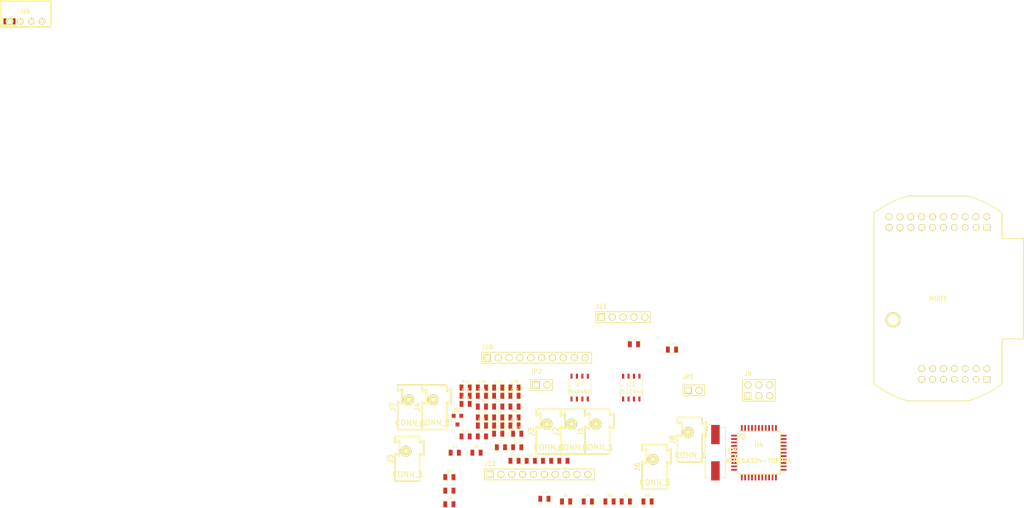
<source format=kicad_pcb>
(kicad_pcb (version 4) (host pcbnew "(2015-10-05 BZR 6247)-product")

  (general
    (links 124)
    (no_connects 124)
    (area -2.476501 -7.112 183.332362 115.277138)
    (thickness 1.6002)
    (drawings 0)
    (tracks 0)
    (zones 0)
    (modules 65)
    (nets 70)
  )

  (page A4)
  (title_block
    (date 2015-10-09)
  )

  (layers
    (0 Vorderseite signal)
    (31 Rückseite signal)
    (32 B.Adhes user)
    (33 F.Adhes user)
    (34 B.Paste user)
    (35 F.Paste user)
    (36 B.SilkS user)
    (37 F.SilkS user)
    (38 B.Mask user)
    (39 F.Mask user)
    (40 Dwgs.User user)
    (41 Cmts.User user)
    (42 Eco1.User user)
    (43 Eco2.User user)
    (44 Edge.Cuts user)
  )

  (setup
    (last_trace_width 0.2032)
    (trace_clearance 0.254)
    (zone_clearance 0.508)
    (zone_45_only no)
    (trace_min 0.2032)
    (segment_width 0.381)
    (edge_width 0.381)
    (via_size 0.889)
    (via_drill 0.635)
    (via_min_size 0.889)
    (via_min_drill 0.508)
    (uvia_size 0.508)
    (uvia_drill 0.127)
    (uvias_allowed no)
    (uvia_min_size 0.508)
    (uvia_min_drill 0.127)
    (pcb_text_width 0.3048)
    (pcb_text_size 1.524 2.032)
    (mod_edge_width 0.381)
    (mod_text_size 1.524 1.524)
    (mod_text_width 0.3048)
    (pad_size 1.524 1.524)
    (pad_drill 0.8128)
    (pad_to_mask_clearance 0.254)
    (aux_axis_origin 0 0)
    (visible_elements FFFFFF7F)
    (pcbplotparams
      (layerselection 0x00030_80000001)
      (usegerberextensions true)
      (excludeedgelayer true)
      (linewidth 0.150000)
      (plotframeref false)
      (viasonmask false)
      (mode 1)
      (useauxorigin false)
      (hpglpennumber 1)
      (hpglpenspeed 20)
      (hpglpendiameter 15)
      (hpglpenoverlay 0)
      (psnegative false)
      (psa4output false)
      (plotreference true)
      (plotvalue true)
      (plotinvisibletext false)
      (padsonsilk false)
      (subtractmaskfromsilk false)
      (outputformat 1)
      (mirror false)
      (drillshape 1)
      (scaleselection 1)
      (outputdirectory ""))
  )

  (net 0 "")
  (net 1 /CS_EEP)
  (net 2 /CS_LCD)
  (net 3 /EXT_SW0)
  (net 4 /EXT_SW1)
  (net 5 /LCD_A0)
  (net 6 /LCD_LED)
  (net 7 /MISO)
  (net 8 /MOSI)
  (net 9 /PA6)
  (net 10 /PA7)
  (net 11 /PB0)
  (net 12 /PB1)
  (net 13 /PC2)
  (net 14 /PC3)
  (net 15 /PC4)
  (net 16 /PC5)
  (net 17 /PC6)
  (net 18 /PC7)
  (net 19 /PD3)
  (net 20 /QTSCL)
  (net 21 /QTSDA)
  (net 22 /QTSNS0)
  (net 23 /QTSNS1)
  (net 24 /QTSNS2)
  (net 25 /QTSNSK0)
  (net 26 /QTSNSK1)
  (net 27 /QTSNSK2)
  (net 28 /RESET)
  (net 29 /SCK)
  (net 30 /TEMP)
  (net 31 /businterface/+24)
  (net 32 /businterface/Bus-A)
  (net 33 /businterface/Bus-B)
  (net 34 /businterface/RXD)
  (net 35 /businterface/TEN)
  (net 36 /businterface/TXD)
  (net 37 GND)
  (net 38 N-000001)
  (net 39 N-000005)
  (net 40 N-000006)
  (net 41 N-000018)
  (net 42 N-000020)
  (net 43 N-000021)
  (net 44 N-000022)
  (net 45 N-000025)
  (net 46 N-000029)
  (net 47 N-000032)
  (net 48 N-000044)
  (net 49 N-000045)
  (net 50 N-000046)
  (net 51 N-000047)
  (net 52 N-000048)
  (net 53 N-000049)
  (net 54 N-000050)
  (net 55 N-000051)
  (net 56 N-000052)
  (net 57 N-000053)
  (net 58 N-000057)
  (net 59 N-000061)
  (net 60 N-000062)
  (net 61 N-000064)
  (net 62 N-000065)
  (net 63 N-000066)
  (net 64 N-000069)
  (net 65 N-000070)
  (net 66 N-000071)
  (net 67 N-000072)
  (net 68 N-000073)
  (net 69 VCC)

  (net_class Default "Dies ist die voreingestellte Netzklasse."
    (clearance 0.254)
    (trace_width 0.2032)
    (via_dia 0.889)
    (via_drill 0.635)
    (uvia_dia 0.508)
    (uvia_drill 0.127)
    (add_net /CS_EEP)
    (add_net /CS_LCD)
    (add_net /EXT_SW0)
    (add_net /EXT_SW1)
    (add_net /LCD_A0)
    (add_net /LCD_LED)
    (add_net /MISO)
    (add_net /MOSI)
    (add_net /PA6)
    (add_net /PA7)
    (add_net /PB0)
    (add_net /PB1)
    (add_net /PC2)
    (add_net /PC3)
    (add_net /PC4)
    (add_net /PC5)
    (add_net /PC6)
    (add_net /PC7)
    (add_net /PD3)
    (add_net /QTSCL)
    (add_net /QTSDA)
    (add_net /QTSNS0)
    (add_net /QTSNS1)
    (add_net /QTSNS2)
    (add_net /QTSNSK0)
    (add_net /QTSNSK1)
    (add_net /QTSNSK2)
    (add_net /RESET)
    (add_net /SCK)
    (add_net /TEMP)
    (add_net /businterface/+24)
    (add_net /businterface/Bus-A)
    (add_net /businterface/Bus-B)
    (add_net /businterface/RXD)
    (add_net /businterface/TEN)
    (add_net /businterface/TXD)
    (add_net GND)
    (add_net N-000001)
    (add_net N-000005)
    (add_net N-000006)
    (add_net N-000018)
    (add_net N-000020)
    (add_net N-000021)
    (add_net N-000022)
    (add_net N-000025)
    (add_net N-000029)
    (add_net N-000032)
    (add_net N-000044)
    (add_net N-000045)
    (add_net N-000046)
    (add_net N-000047)
    (add_net N-000048)
    (add_net N-000049)
    (add_net N-000050)
    (add_net N-000051)
    (add_net N-000052)
    (add_net N-000053)
    (add_net N-000057)
    (add_net N-000061)
    (add_net N-000062)
    (add_net N-000064)
    (add_net N-000065)
    (add_net N-000066)
    (add_net N-000069)
    (add_net N-000070)
    (add_net N-000071)
    (add_net N-000072)
    (add_net N-000073)
    (add_net VCC)
  )

  (module WAGO243 (layer Vorderseite) (tedit 51673884) (tstamp 518E1E13)
    (at 156.21 92.71)
    (path /517E9DFA)
    (fp_text reference J8 (at -1.1176 5.207 90) (layer F.SilkS)
      (effects (font (size 1.27 1.27) (thickness 0.254)))
    )
    (fp_text value CONN_1 (at 3.048 8.89) (layer F.SilkS)
      (effects (font (size 1.27 1.27) (thickness 0.2032)))
    )
    (fp_line (start 5.7404 10.4648) (end 5.7404 4.0132) (layer F.SilkS) (width 0.381))
    (fp_line (start 5.7404 0) (end 5.7404 1.4986) (layer F.SilkS) (width 0.381))
    (fp_line (start 0 10.4648) (end 0 4.0132) (layer F.SilkS) (width 0.381))
    (fp_line (start 0 0) (end 0 1.4986) (layer F.SilkS) (width 0.381))
    (fp_line (start 5.7404 1.4986) (end 6.7564 0.9906) (layer F.SilkS) (width 0.381))
    (fp_line (start 6.7564 0.9906) (end 6.7564 4.5212) (layer F.SilkS) (width 0.381))
    (fp_line (start 6.7564 4.5212) (end 5.7404 4.0132) (layer F.SilkS) (width 0.381))
    (fp_line (start 0 1.4986) (end 1.016 0.9906) (layer F.SilkS) (width 0.381))
    (fp_line (start 1.016 0.9906) (end 1.016 4.5212) (layer F.SilkS) (width 0.381))
    (fp_line (start 1.016 4.5212) (end 0 4.0132) (layer F.SilkS) (width 0.381))
    (fp_line (start 0 0) (end 5.7404 0) (layer F.SilkS) (width 0.381))
    (fp_line (start 5.7404 10.4648) (end 0 10.4648) (layer F.SilkS) (width 0.381))
    (pad 1 thru_hole circle (at 2.54 3.4798) (size 2.54 2.54) (drill 0.8001) (layers *.Cu *.Mask F.SilkS)
      (net 37 GND))
  )

  (module WAGO243 (layer Vorderseite) (tedit 51673884) (tstamp 518E1E15)
    (at 90.805 85.09)
    (path /517E9DF7)
    (fp_text reference J7 (at -1.1176 5.207 90) (layer F.SilkS)
      (effects (font (size 1.27 1.27) (thickness 0.254)))
    )
    (fp_text value CONN_1 (at 3.048 8.89) (layer F.SilkS)
      (effects (font (size 1.27 1.27) (thickness 0.2032)))
    )
    (fp_line (start 5.7404 10.4648) (end 5.7404 4.0132) (layer F.SilkS) (width 0.381))
    (fp_line (start 5.7404 0) (end 5.7404 1.4986) (layer F.SilkS) (width 0.381))
    (fp_line (start 0 10.4648) (end 0 4.0132) (layer F.SilkS) (width 0.381))
    (fp_line (start 0 0) (end 0 1.4986) (layer F.SilkS) (width 0.381))
    (fp_line (start 5.7404 1.4986) (end 6.7564 0.9906) (layer F.SilkS) (width 0.381))
    (fp_line (start 6.7564 0.9906) (end 6.7564 4.5212) (layer F.SilkS) (width 0.381))
    (fp_line (start 6.7564 4.5212) (end 5.7404 4.0132) (layer F.SilkS) (width 0.381))
    (fp_line (start 0 1.4986) (end 1.016 0.9906) (layer F.SilkS) (width 0.381))
    (fp_line (start 1.016 0.9906) (end 1.016 4.5212) (layer F.SilkS) (width 0.381))
    (fp_line (start 1.016 4.5212) (end 0 4.0132) (layer F.SilkS) (width 0.381))
    (fp_line (start 0 0) (end 5.7404 0) (layer F.SilkS) (width 0.381))
    (fp_line (start 5.7404 10.4648) (end 0 10.4648) (layer F.SilkS) (width 0.381))
    (pad 1 thru_hole circle (at 2.54 3.4798) (size 2.54 2.54) (drill 0.8001) (layers *.Cu *.Mask F.SilkS)
      (net 40 N-000006))
  )

  (module WAGO243 (layer Vorderseite) (tedit 51673884) (tstamp 518E1E17)
    (at 147.955 99.06)
    (path /517E9DF4)
    (fp_text reference J6 (at -1.1176 5.207 90) (layer F.SilkS)
      (effects (font (size 1.27 1.27) (thickness 0.254)))
    )
    (fp_text value CONN_1 (at 3.048 8.89) (layer F.SilkS)
      (effects (font (size 1.27 1.27) (thickness 0.2032)))
    )
    (fp_line (start 5.7404 10.4648) (end 5.7404 4.0132) (layer F.SilkS) (width 0.381))
    (fp_line (start 5.7404 0) (end 5.7404 1.4986) (layer F.SilkS) (width 0.381))
    (fp_line (start 0 10.4648) (end 0 4.0132) (layer F.SilkS) (width 0.381))
    (fp_line (start 0 0) (end 0 1.4986) (layer F.SilkS) (width 0.381))
    (fp_line (start 5.7404 1.4986) (end 6.7564 0.9906) (layer F.SilkS) (width 0.381))
    (fp_line (start 6.7564 0.9906) (end 6.7564 4.5212) (layer F.SilkS) (width 0.381))
    (fp_line (start 6.7564 4.5212) (end 5.7404 4.0132) (layer F.SilkS) (width 0.381))
    (fp_line (start 0 1.4986) (end 1.016 0.9906) (layer F.SilkS) (width 0.381))
    (fp_line (start 1.016 0.9906) (end 1.016 4.5212) (layer F.SilkS) (width 0.381))
    (fp_line (start 1.016 4.5212) (end 0 4.0132) (layer F.SilkS) (width 0.381))
    (fp_line (start 0 0) (end 5.7404 0) (layer F.SilkS) (width 0.381))
    (fp_line (start 5.7404 10.4648) (end 0 10.4648) (layer F.SilkS) (width 0.381))
    (pad 1 thru_hole circle (at 2.54 3.4798) (size 2.54 2.54) (drill 0.8001) (layers *.Cu *.Mask F.SilkS)
      (net 37 GND))
  )

  (module WAGO243 (layer Vorderseite) (tedit 51673884) (tstamp 518E1E19)
    (at 90.17 97.155)
    (path /517E9DF0)
    (fp_text reference J5 (at -1.1176 5.207 90) (layer F.SilkS)
      (effects (font (size 1.27 1.27) (thickness 0.254)))
    )
    (fp_text value CONN_1 (at 3.048 8.89) (layer F.SilkS)
      (effects (font (size 1.27 1.27) (thickness 0.2032)))
    )
    (fp_line (start 5.7404 10.4648) (end 5.7404 4.0132) (layer F.SilkS) (width 0.381))
    (fp_line (start 5.7404 0) (end 5.7404 1.4986) (layer F.SilkS) (width 0.381))
    (fp_line (start 0 10.4648) (end 0 4.0132) (layer F.SilkS) (width 0.381))
    (fp_line (start 0 0) (end 0 1.4986) (layer F.SilkS) (width 0.381))
    (fp_line (start 5.7404 1.4986) (end 6.7564 0.9906) (layer F.SilkS) (width 0.381))
    (fp_line (start 6.7564 0.9906) (end 6.7564 4.5212) (layer F.SilkS) (width 0.381))
    (fp_line (start 6.7564 4.5212) (end 5.7404 4.0132) (layer F.SilkS) (width 0.381))
    (fp_line (start 0 1.4986) (end 1.016 0.9906) (layer F.SilkS) (width 0.381))
    (fp_line (start 1.016 0.9906) (end 1.016 4.5212) (layer F.SilkS) (width 0.381))
    (fp_line (start 1.016 4.5212) (end 0 4.0132) (layer F.SilkS) (width 0.381))
    (fp_line (start 0 0) (end 5.7404 0) (layer F.SilkS) (width 0.381))
    (fp_line (start 5.7404 10.4648) (end 0 10.4648) (layer F.SilkS) (width 0.381))
    (pad 1 thru_hole circle (at 2.54 3.4798) (size 2.54 2.54) (drill 0.8001) (layers *.Cu *.Mask F.SilkS)
      (net 39 N-000005))
  )

  (module WAGO243 (layer Vorderseite) (tedit 51673884) (tstamp 518E1E1B)
    (at 96.52 85.09)
    (path /517A73DA/51673909)
    (fp_text reference J4 (at -1.1176 5.207 90) (layer F.SilkS)
      (effects (font (size 1.27 1.27) (thickness 0.254)))
    )
    (fp_text value CONN_1 (at 3.048 8.89) (layer F.SilkS)
      (effects (font (size 1.27 1.27) (thickness 0.2032)))
    )
    (fp_line (start 5.7404 10.4648) (end 5.7404 4.0132) (layer F.SilkS) (width 0.381))
    (fp_line (start 5.7404 0) (end 5.7404 1.4986) (layer F.SilkS) (width 0.381))
    (fp_line (start 0 10.4648) (end 0 4.0132) (layer F.SilkS) (width 0.381))
    (fp_line (start 0 0) (end 0 1.4986) (layer F.SilkS) (width 0.381))
    (fp_line (start 5.7404 1.4986) (end 6.7564 0.9906) (layer F.SilkS) (width 0.381))
    (fp_line (start 6.7564 0.9906) (end 6.7564 4.5212) (layer F.SilkS) (width 0.381))
    (fp_line (start 6.7564 4.5212) (end 5.7404 4.0132) (layer F.SilkS) (width 0.381))
    (fp_line (start 0 1.4986) (end 1.016 0.9906) (layer F.SilkS) (width 0.381))
    (fp_line (start 1.016 0.9906) (end 1.016 4.5212) (layer F.SilkS) (width 0.381))
    (fp_line (start 1.016 4.5212) (end 0 4.0132) (layer F.SilkS) (width 0.381))
    (fp_line (start 0 0) (end 5.7404 0) (layer F.SilkS) (width 0.381))
    (fp_line (start 5.7404 10.4648) (end 0 10.4648) (layer F.SilkS) (width 0.381))
    (pad 1 thru_hole circle (at 2.54 3.4798) (size 2.54 2.54) (drill 0.8001) (layers *.Cu *.Mask F.SilkS)
      (net 37 GND))
  )

  (module WAGO243 (layer Vorderseite) (tedit 51673884) (tstamp 518E1E1D)
    (at 123.19 90.805)
    (path /517A73DA/5167391A)
    (fp_text reference J3 (at -1.1176 5.207 90) (layer F.SilkS)
      (effects (font (size 1.27 1.27) (thickness 0.254)))
    )
    (fp_text value CONN_1 (at 3.048 8.89) (layer F.SilkS)
      (effects (font (size 1.27 1.27) (thickness 0.2032)))
    )
    (fp_line (start 5.7404 10.4648) (end 5.7404 4.0132) (layer F.SilkS) (width 0.381))
    (fp_line (start 5.7404 0) (end 5.7404 1.4986) (layer F.SilkS) (width 0.381))
    (fp_line (start 0 10.4648) (end 0 4.0132) (layer F.SilkS) (width 0.381))
    (fp_line (start 0 0) (end 0 1.4986) (layer F.SilkS) (width 0.381))
    (fp_line (start 5.7404 1.4986) (end 6.7564 0.9906) (layer F.SilkS) (width 0.381))
    (fp_line (start 6.7564 0.9906) (end 6.7564 4.5212) (layer F.SilkS) (width 0.381))
    (fp_line (start 6.7564 4.5212) (end 5.7404 4.0132) (layer F.SilkS) (width 0.381))
    (fp_line (start 0 1.4986) (end 1.016 0.9906) (layer F.SilkS) (width 0.381))
    (fp_line (start 1.016 0.9906) (end 1.016 4.5212) (layer F.SilkS) (width 0.381))
    (fp_line (start 1.016 4.5212) (end 0 4.0132) (layer F.SilkS) (width 0.381))
    (fp_line (start 0 0) (end 5.7404 0) (layer F.SilkS) (width 0.381))
    (fp_line (start 5.7404 10.4648) (end 0 10.4648) (layer F.SilkS) (width 0.381))
    (pad 1 thru_hole circle (at 2.54 3.4798) (size 2.54 2.54) (drill 0.8001) (layers *.Cu *.Mask F.SilkS)
      (net 33 /businterface/Bus-B))
  )

  (module WAGO243 (layer Vorderseite) (tedit 51673884) (tstamp 518E1E1F)
    (at 128.905 90.805)
    (path /517A73DA/5167391D)
    (fp_text reference J2 (at -1.1176 5.207 90) (layer F.SilkS)
      (effects (font (size 1.27 1.27) (thickness 0.254)))
    )
    (fp_text value CONN_1 (at 3.048 8.89) (layer F.SilkS)
      (effects (font (size 1.27 1.27) (thickness 0.2032)))
    )
    (fp_line (start 5.7404 10.4648) (end 5.7404 4.0132) (layer F.SilkS) (width 0.381))
    (fp_line (start 5.7404 0) (end 5.7404 1.4986) (layer F.SilkS) (width 0.381))
    (fp_line (start 0 10.4648) (end 0 4.0132) (layer F.SilkS) (width 0.381))
    (fp_line (start 0 0) (end 0 1.4986) (layer F.SilkS) (width 0.381))
    (fp_line (start 5.7404 1.4986) (end 6.7564 0.9906) (layer F.SilkS) (width 0.381))
    (fp_line (start 6.7564 0.9906) (end 6.7564 4.5212) (layer F.SilkS) (width 0.381))
    (fp_line (start 6.7564 4.5212) (end 5.7404 4.0132) (layer F.SilkS) (width 0.381))
    (fp_line (start 0 1.4986) (end 1.016 0.9906) (layer F.SilkS) (width 0.381))
    (fp_line (start 1.016 0.9906) (end 1.016 4.5212) (layer F.SilkS) (width 0.381))
    (fp_line (start 1.016 4.5212) (end 0 4.0132) (layer F.SilkS) (width 0.381))
    (fp_line (start 0 0) (end 5.7404 0) (layer F.SilkS) (width 0.381))
    (fp_line (start 5.7404 10.4648) (end 0 10.4648) (layer F.SilkS) (width 0.381))
    (pad 1 thru_hole circle (at 2.54 3.4798) (size 2.54 2.54) (drill 0.8001) (layers *.Cu *.Mask F.SilkS)
      (net 32 /businterface/Bus-A))
  )

  (module WAGO243 (layer Vorderseite) (tedit 51673884) (tstamp 518E1E21)
    (at 134.62 90.805)
    (path /517A73DA/51673922)
    (fp_text reference J1 (at -1.1176 5.207 90) (layer F.SilkS)
      (effects (font (size 1.27 1.27) (thickness 0.254)))
    )
    (fp_text value CONN_1 (at 3.048 8.89) (layer F.SilkS)
      (effects (font (size 1.27 1.27) (thickness 0.2032)))
    )
    (fp_line (start 5.7404 10.4648) (end 5.7404 4.0132) (layer F.SilkS) (width 0.381))
    (fp_line (start 5.7404 0) (end 5.7404 1.4986) (layer F.SilkS) (width 0.381))
    (fp_line (start 0 10.4648) (end 0 4.0132) (layer F.SilkS) (width 0.381))
    (fp_line (start 0 0) (end 0 1.4986) (layer F.SilkS) (width 0.381))
    (fp_line (start 5.7404 1.4986) (end 6.7564 0.9906) (layer F.SilkS) (width 0.381))
    (fp_line (start 6.7564 0.9906) (end 6.7564 4.5212) (layer F.SilkS) (width 0.381))
    (fp_line (start 6.7564 4.5212) (end 5.7404 4.0132) (layer F.SilkS) (width 0.381))
    (fp_line (start 0 1.4986) (end 1.016 0.9906) (layer F.SilkS) (width 0.381))
    (fp_line (start 1.016 0.9906) (end 1.016 4.5212) (layer F.SilkS) (width 0.381))
    (fp_line (start 1.016 4.5212) (end 0 4.0132) (layer F.SilkS) (width 0.381))
    (fp_line (start 0 0) (end 5.7404 0) (layer F.SilkS) (width 0.381))
    (fp_line (start 5.7404 10.4648) (end 0 10.4648) (layer F.SilkS) (width 0.381))
    (pad 1 thru_hole circle (at 2.54 3.4798) (size 2.54 2.54) (drill 0.8001) (layers *.Cu *.Mask F.SilkS)
      (net 31 /businterface/+24))
  )

  (module SOT23_21-3 (layer Vorderseite) (tedit 4C863B45) (tstamp 518E1E23)
    (at 104.775 93.345)
    (descr "Module CMS SOT23 Transistor EBC")
    (tags "CMS SOT")
    (path /517AA243)
    (attr smd)
    (fp_text reference Q1 (at 0 -2.413) (layer F.SilkS)
      (effects (font (size 0.762 0.762) (thickness 0.1905)))
    )
    (fp_text value BC846 (at 0 0) (layer F.SilkS) hide
      (effects (font (size 0.762 0.762) (thickness 0.1905)))
    )
    (fp_line (start -1.524 -0.381) (end 1.524 -0.381) (layer F.SilkS) (width 0.127))
    (fp_line (start 1.524 -0.381) (end 1.524 0.381) (layer F.SilkS) (width 0.127))
    (fp_line (start 1.524 0.381) (end -1.524 0.381) (layer F.SilkS) (width 0.127))
    (fp_line (start -1.524 0.381) (end -1.524 -0.381) (layer F.SilkS) (width 0.127))
    (pad 2 smd rect (at -0.889 -1.016) (size 0.9144 0.9144) (layers Vorderseite F.Paste F.Mask)
      (net 37 GND))
    (pad 1 smd rect (at 0.889 -1.016) (size 0.9144 0.9144) (layers Vorderseite F.Paste F.Mask)
      (net 38 N-000001))
    (pad 3 smd rect (at 0 1.016) (size 0.9144 0.9144) (layers Vorderseite F.Paste F.Mask)
      (net 61 N-000064))
    (model smd/cms_sot23.wrl
      (at (xyz 0 0 0))
      (scale (xyz 0.13 0.15 0.15))
      (rotate (xyz 0 0 0))
    )
  )

  (module SM0805 (layer Vorderseite) (tedit 515F54BF) (tstamp 518E1E25)
    (at 146.05 75.565)
    (path /517E9D3B)
    (attr smd)
    (fp_text reference R10 (at 0 -1.397) (layer F.SilkS)
      (effects (font (size 0.59944 0.59944) (thickness 0.09906)))
    )
    (fp_text value 4,7k (at 0.127 1.524) (layer F.SilkS) hide
      (effects (font (size 0.59944 0.59944) (thickness 0.09906)))
    )
    (fp_line (start -0.508 0.762) (end -1.524 0.762) (layer F.SilkS) (width 0.127))
    (fp_line (start -1.524 0.762) (end -1.524 -0.762) (layer F.SilkS) (width 0.127))
    (fp_line (start -1.524 -0.762) (end -0.508 -0.762) (layer F.SilkS) (width 0.127))
    (fp_line (start 0.508 -0.762) (end 1.524 -0.762) (layer F.SilkS) (width 0.127))
    (fp_line (start 1.524 -0.762) (end 1.524 0.762) (layer F.SilkS) (width 0.127))
    (fp_line (start 1.524 0.762) (end 0.508 0.762) (layer F.SilkS) (width 0.127))
    (pad 1 smd rect (at -0.9525 0) (size 0.889 1.397) (layers Vorderseite F.Paste F.Mask)
      (net 26 /QTSNSK1))
    (pad 2 smd rect (at 0.9525 0) (size 0.889 1.397) (layers Vorderseite F.Paste F.Mask)
      (net 43 N-000021))
    (model smd/chip_cms.wrl
      (at (xyz 0 0 0))
      (scale (xyz 0.1 0.1 0.1))
      (rotate (xyz 0 0 0))
    )
  )

  (module SM0805 (layer Vorderseite) (tedit 515F54BF) (tstamp 518E1E27)
    (at 154.94 76.835)
    (path /517A76F9)
    (attr smd)
    (fp_text reference C4 (at 0 -1.397) (layer F.SilkS)
      (effects (font (size 0.59944 0.59944) (thickness 0.09906)))
    )
    (fp_text value 100nF (at 0.127 1.524) (layer F.SilkS) hide
      (effects (font (size 0.59944 0.59944) (thickness 0.09906)))
    )
    (fp_line (start -0.508 0.762) (end -1.524 0.762) (layer F.SilkS) (width 0.127))
    (fp_line (start -1.524 0.762) (end -1.524 -0.762) (layer F.SilkS) (width 0.127))
    (fp_line (start -1.524 -0.762) (end -0.508 -0.762) (layer F.SilkS) (width 0.127))
    (fp_line (start 0.508 -0.762) (end 1.524 -0.762) (layer F.SilkS) (width 0.127))
    (fp_line (start 1.524 -0.762) (end 1.524 0.762) (layer F.SilkS) (width 0.127))
    (fp_line (start 1.524 0.762) (end 0.508 0.762) (layer F.SilkS) (width 0.127))
    (pad 1 smd rect (at -0.9525 0) (size 0.889 1.397) (layers Vorderseite F.Paste F.Mask)
      (net 69 VCC))
    (pad 2 smd rect (at 0.9525 0) (size 0.889 1.397) (layers Vorderseite F.Paste F.Mask)
      (net 37 GND))
    (model smd/chip_cms.wrl
      (at (xyz 0 0 0))
      (scale (xyz 0.1 0.1 0.1))
      (rotate (xyz 0 0 0))
    )
  )

  (module SM0805 (layer Vorderseite) (tedit 515F54BF) (tstamp 518E1E29)
    (at 130.175 112.395)
    (path /517A9779)
    (attr smd)
    (fp_text reference R1 (at 0 -1.397) (layer F.SilkS)
      (effects (font (size 0.59944 0.59944) (thickness 0.09906)))
    )
    (fp_text value 4,7k (at 0.127 1.524) (layer F.SilkS) hide
      (effects (font (size 0.59944 0.59944) (thickness 0.09906)))
    )
    (fp_line (start -0.508 0.762) (end -1.524 0.762) (layer F.SilkS) (width 0.127))
    (fp_line (start -1.524 0.762) (end -1.524 -0.762) (layer F.SilkS) (width 0.127))
    (fp_line (start -1.524 -0.762) (end -0.508 -0.762) (layer F.SilkS) (width 0.127))
    (fp_line (start 0.508 -0.762) (end 1.524 -0.762) (layer F.SilkS) (width 0.127))
    (fp_line (start 1.524 -0.762) (end 1.524 0.762) (layer F.SilkS) (width 0.127))
    (fp_line (start 1.524 0.762) (end 0.508 0.762) (layer F.SilkS) (width 0.127))
    (pad 1 smd rect (at -0.9525 0) (size 0.889 1.397) (layers Vorderseite F.Paste F.Mask)
      (net 69 VCC))
    (pad 2 smd rect (at 0.9525 0) (size 0.889 1.397) (layers Vorderseite F.Paste F.Mask)
      (net 57 N-000053))
    (model smd/chip_cms.wrl
      (at (xyz 0 0 0))
      (scale (xyz 0.1 0.1 0.1))
      (rotate (xyz 0 0 0))
    )
  )

  (module SM0805 (layer Vorderseite) (tedit 515F54BF) (tstamp 518E1E2B)
    (at 104.14 100.965)
    (path /517A9768)
    (attr smd)
    (fp_text reference R2 (at 0 -1.397) (layer F.SilkS)
      (effects (font (size 0.59944 0.59944) (thickness 0.09906)))
    )
    (fp_text value 4,7k (at 0.127 1.524) (layer F.SilkS) hide
      (effects (font (size 0.59944 0.59944) (thickness 0.09906)))
    )
    (fp_line (start -0.508 0.762) (end -1.524 0.762) (layer F.SilkS) (width 0.127))
    (fp_line (start -1.524 0.762) (end -1.524 -0.762) (layer F.SilkS) (width 0.127))
    (fp_line (start -1.524 -0.762) (end -0.508 -0.762) (layer F.SilkS) (width 0.127))
    (fp_line (start 0.508 -0.762) (end 1.524 -0.762) (layer F.SilkS) (width 0.127))
    (fp_line (start 1.524 -0.762) (end 1.524 0.762) (layer F.SilkS) (width 0.127))
    (fp_line (start 1.524 0.762) (end 0.508 0.762) (layer F.SilkS) (width 0.127))
    (pad 1 smd rect (at -0.9525 0) (size 0.889 1.397) (layers Vorderseite F.Paste F.Mask)
      (net 69 VCC))
    (pad 2 smd rect (at 0.9525 0) (size 0.889 1.397) (layers Vorderseite F.Paste F.Mask)
      (net 58 N-000057))
    (model smd/chip_cms.wrl
      (at (xyz 0 0 0))
      (scale (xyz 0.1 0.1 0.1))
      (rotate (xyz 0 0 0))
    )
  )

  (module SM0805 (layer Vorderseite) (tedit 515F54BF) (tstamp 518E1E2D)
    (at 102.87 106.68)
    (path /517AA268)
    (attr smd)
    (fp_text reference R3 (at 0 -1.397) (layer F.SilkS)
      (effects (font (size 0.59944 0.59944) (thickness 0.09906)))
    )
    (fp_text value 4,7k (at 0.127 1.524) (layer F.SilkS) hide
      (effects (font (size 0.59944 0.59944) (thickness 0.09906)))
    )
    (fp_line (start -0.508 0.762) (end -1.524 0.762) (layer F.SilkS) (width 0.127))
    (fp_line (start -1.524 0.762) (end -1.524 -0.762) (layer F.SilkS) (width 0.127))
    (fp_line (start -1.524 -0.762) (end -0.508 -0.762) (layer F.SilkS) (width 0.127))
    (fp_line (start 0.508 -0.762) (end 1.524 -0.762) (layer F.SilkS) (width 0.127))
    (fp_line (start 1.524 -0.762) (end 1.524 0.762) (layer F.SilkS) (width 0.127))
    (fp_line (start 1.524 0.762) (end 0.508 0.762) (layer F.SilkS) (width 0.127))
    (pad 1 smd rect (at -0.9525 0) (size 0.889 1.397) (layers Vorderseite F.Paste F.Mask)
      (net 38 N-000001))
    (pad 2 smd rect (at 0.9525 0) (size 0.889 1.397) (layers Vorderseite F.Paste F.Mask)
      (net 6 /LCD_LED))
    (model smd/chip_cms.wrl
      (at (xyz 0 0 0))
      (scale (xyz 0.1 0.1 0.1))
      (rotate (xyz 0 0 0))
    )
  )

  (module SM0805 (layer Vorderseite) (tedit 515F54BF) (tstamp 518E1E2F)
    (at 135.255 112.395)
    (path /517A9EDA)
    (attr smd)
    (fp_text reference R4 (at 0 -1.397) (layer F.SilkS)
      (effects (font (size 0.59944 0.59944) (thickness 0.09906)))
    )
    (fp_text value 3,3 (at 0.127 1.524) (layer F.SilkS) hide
      (effects (font (size 0.59944 0.59944) (thickness 0.09906)))
    )
    (fp_line (start -0.508 0.762) (end -1.524 0.762) (layer F.SilkS) (width 0.127))
    (fp_line (start -1.524 0.762) (end -1.524 -0.762) (layer F.SilkS) (width 0.127))
    (fp_line (start -1.524 -0.762) (end -0.508 -0.762) (layer F.SilkS) (width 0.127))
    (fp_line (start 0.508 -0.762) (end 1.524 -0.762) (layer F.SilkS) (width 0.127))
    (fp_line (start 1.524 -0.762) (end 1.524 0.762) (layer F.SilkS) (width 0.127))
    (fp_line (start 1.524 0.762) (end 0.508 0.762) (layer F.SilkS) (width 0.127))
    (pad 1 smd rect (at -0.9525 0) (size 0.889 1.397) (layers Vorderseite F.Paste F.Mask)
      (net 49 N-000045))
    (pad 2 smd rect (at 0.9525 0) (size 0.889 1.397) (layers Vorderseite F.Paste F.Mask)
      (net 69 VCC))
    (model smd/chip_cms.wrl
      (at (xyz 0 0 0))
      (scale (xyz 0.1 0.1 0.1))
      (rotate (xyz 0 0 0))
    )
  )

  (module SM0805 (layer Vorderseite) (tedit 515F54BF) (tstamp 518E1E31)
    (at 140.335 112.395)
    (path /517A7B3E)
    (attr smd)
    (fp_text reference R5 (at 0 -1.397) (layer F.SilkS)
      (effects (font (size 0.59944 0.59944) (thickness 0.09906)))
    )
    (fp_text value 4,7k (at 0.127 1.524) (layer F.SilkS) hide
      (effects (font (size 0.59944 0.59944) (thickness 0.09906)))
    )
    (fp_line (start -0.508 0.762) (end -1.524 0.762) (layer F.SilkS) (width 0.127))
    (fp_line (start -1.524 0.762) (end -1.524 -0.762) (layer F.SilkS) (width 0.127))
    (fp_line (start -1.524 -0.762) (end -0.508 -0.762) (layer F.SilkS) (width 0.127))
    (fp_line (start 0.508 -0.762) (end 1.524 -0.762) (layer F.SilkS) (width 0.127))
    (fp_line (start 1.524 -0.762) (end 1.524 0.762) (layer F.SilkS) (width 0.127))
    (fp_line (start 1.524 0.762) (end 0.508 0.762) (layer F.SilkS) (width 0.127))
    (pad 1 smd rect (at -0.9525 0) (size 0.889 1.397) (layers Vorderseite F.Paste F.Mask)
      (net 69 VCC))
    (pad 2 smd rect (at 0.9525 0) (size 0.889 1.397) (layers Vorderseite F.Paste F.Mask)
      (net 28 /RESET))
    (model smd/chip_cms.wrl
      (at (xyz 0 0 0))
      (scale (xyz 0.1 0.1 0.1))
      (rotate (xyz 0 0 0))
    )
  )

  (module SM0805 (layer Vorderseite) (tedit 515F54BF) (tstamp 518E1E33)
    (at 149.225 112.395)
    (path /517A9EDD)
    (attr smd)
    (fp_text reference R6 (at 0 -1.397) (layer F.SilkS)
      (effects (font (size 0.59944 0.59944) (thickness 0.09906)))
    )
    (fp_text value 3,3 (at 0.127 1.524) (layer F.SilkS) hide
      (effects (font (size 0.59944 0.59944) (thickness 0.09906)))
    )
    (fp_line (start -0.508 0.762) (end -1.524 0.762) (layer F.SilkS) (width 0.127))
    (fp_line (start -1.524 0.762) (end -1.524 -0.762) (layer F.SilkS) (width 0.127))
    (fp_line (start -1.524 -0.762) (end -0.508 -0.762) (layer F.SilkS) (width 0.127))
    (fp_line (start 0.508 -0.762) (end 1.524 -0.762) (layer F.SilkS) (width 0.127))
    (fp_line (start 1.524 -0.762) (end 1.524 0.762) (layer F.SilkS) (width 0.127))
    (fp_line (start 1.524 0.762) (end 0.508 0.762) (layer F.SilkS) (width 0.127))
    (pad 1 smd rect (at -0.9525 0) (size 0.889 1.397) (layers Vorderseite F.Paste F.Mask)
      (net 69 VCC))
    (pad 2 smd rect (at 0.9525 0) (size 0.889 1.397) (layers Vorderseite F.Paste F.Mask)
      (net 50 N-000046))
    (model smd/chip_cms.wrl
      (at (xyz 0 0 0))
      (scale (xyz 0.1 0.1 0.1))
      (rotate (xyz 0 0 0))
    )
  )

  (module SM0805 (layer Vorderseite) (tedit 515F54BF) (tstamp 518E1E35)
    (at 144.145 112.395)
    (path /517B94ED)
    (attr smd)
    (fp_text reference R7 (at 0 -1.397) (layer F.SilkS)
      (effects (font (size 0.59944 0.59944) (thickness 0.09906)))
    )
    (fp_text value 1k (at 0.127 1.524) (layer F.SilkS) hide
      (effects (font (size 0.59944 0.59944) (thickness 0.09906)))
    )
    (fp_line (start -0.508 0.762) (end -1.524 0.762) (layer F.SilkS) (width 0.127))
    (fp_line (start -1.524 0.762) (end -1.524 -0.762) (layer F.SilkS) (width 0.127))
    (fp_line (start -1.524 -0.762) (end -0.508 -0.762) (layer F.SilkS) (width 0.127))
    (fp_line (start 0.508 -0.762) (end 1.524 -0.762) (layer F.SilkS) (width 0.127))
    (fp_line (start 1.524 -0.762) (end 1.524 0.762) (layer F.SilkS) (width 0.127))
    (fp_line (start 1.524 0.762) (end 0.508 0.762) (layer F.SilkS) (width 0.127))
    (pad 1 smd rect (at -0.9525 0) (size 0.889 1.397) (layers Vorderseite F.Paste F.Mask)
      (net 3 /EXT_SW0))
    (pad 2 smd rect (at 0.9525 0) (size 0.889 1.397) (layers Vorderseite F.Paste F.Mask)
      (net 39 N-000005))
    (model smd/chip_cms.wrl
      (at (xyz 0 0 0))
      (scale (xyz 0.1 0.1 0.1))
      (rotate (xyz 0 0 0))
    )
  )

  (module SM0805 (layer Vorderseite) (tedit 515F54BF) (tstamp 518E1E37)
    (at 118.11 92.71)
    (path /517B94F7)
    (attr smd)
    (fp_text reference R8 (at 0 -1.397) (layer F.SilkS)
      (effects (font (size 0.59944 0.59944) (thickness 0.09906)))
    )
    (fp_text value 1k (at 0.127 1.524) (layer F.SilkS) hide
      (effects (font (size 0.59944 0.59944) (thickness 0.09906)))
    )
    (fp_line (start -0.508 0.762) (end -1.524 0.762) (layer F.SilkS) (width 0.127))
    (fp_line (start -1.524 0.762) (end -1.524 -0.762) (layer F.SilkS) (width 0.127))
    (fp_line (start -1.524 -0.762) (end -0.508 -0.762) (layer F.SilkS) (width 0.127))
    (fp_line (start 0.508 -0.762) (end 1.524 -0.762) (layer F.SilkS) (width 0.127))
    (fp_line (start 1.524 -0.762) (end 1.524 0.762) (layer F.SilkS) (width 0.127))
    (fp_line (start 1.524 0.762) (end 0.508 0.762) (layer F.SilkS) (width 0.127))
    (pad 1 smd rect (at -0.9525 0) (size 0.889 1.397) (layers Vorderseite F.Paste F.Mask)
      (net 4 /EXT_SW1))
    (pad 2 smd rect (at 0.9525 0) (size 0.889 1.397) (layers Vorderseite F.Paste F.Mask)
      (net 40 N-000006))
    (model smd/chip_cms.wrl
      (at (xyz 0 0 0))
      (scale (xyz 0.1 0.1 0.1))
      (rotate (xyz 0 0 0))
    )
  )

  (module SM0805 (layer Vorderseite) (tedit 515F54BF) (tstamp 518E1E39)
    (at 109.22 100.965)
    (path /517E9D27)
    (attr smd)
    (fp_text reference R9 (at 0 -1.397) (layer F.SilkS)
      (effects (font (size 0.59944 0.59944) (thickness 0.09906)))
    )
    (fp_text value 4,7k (at 0.127 1.524) (layer F.SilkS) hide
      (effects (font (size 0.59944 0.59944) (thickness 0.09906)))
    )
    (fp_line (start -0.508 0.762) (end -1.524 0.762) (layer F.SilkS) (width 0.127))
    (fp_line (start -1.524 0.762) (end -1.524 -0.762) (layer F.SilkS) (width 0.127))
    (fp_line (start -1.524 -0.762) (end -0.508 -0.762) (layer F.SilkS) (width 0.127))
    (fp_line (start 0.508 -0.762) (end 1.524 -0.762) (layer F.SilkS) (width 0.127))
    (fp_line (start 1.524 -0.762) (end 1.524 0.762) (layer F.SilkS) (width 0.127))
    (fp_line (start 1.524 0.762) (end 0.508 0.762) (layer F.SilkS) (width 0.127))
    (pad 1 smd rect (at -0.9525 0) (size 0.889 1.397) (layers Vorderseite F.Paste F.Mask)
      (net 25 /QTSNSK0))
    (pad 2 smd rect (at 0.9525 0) (size 0.889 1.397) (layers Vorderseite F.Paste F.Mask)
      (net 41 N-000018))
    (model smd/chip_cms.wrl
      (at (xyz 0 0 0))
      (scale (xyz 0.1 0.1 0.1))
      (rotate (xyz 0 0 0))
    )
  )

  (module SM0805 (layer Vorderseite) (tedit 515F54BF) (tstamp 518E1E3B)
    (at 102.87 109.855)
    (path /517A9880)
    (attr smd)
    (fp_text reference C12 (at 0 -1.397) (layer F.SilkS)
      (effects (font (size 0.59944 0.59944) (thickness 0.09906)))
    )
    (fp_text value 1uF (at 0.127 1.524) (layer F.SilkS) hide
      (effects (font (size 0.59944 0.59944) (thickness 0.09906)))
    )
    (fp_line (start -0.508 0.762) (end -1.524 0.762) (layer F.SilkS) (width 0.127))
    (fp_line (start -1.524 0.762) (end -1.524 -0.762) (layer F.SilkS) (width 0.127))
    (fp_line (start -1.524 -0.762) (end -0.508 -0.762) (layer F.SilkS) (width 0.127))
    (fp_line (start 0.508 -0.762) (end 1.524 -0.762) (layer F.SilkS) (width 0.127))
    (fp_line (start 1.524 -0.762) (end 1.524 0.762) (layer F.SilkS) (width 0.127))
    (fp_line (start 1.524 0.762) (end 0.508 0.762) (layer F.SilkS) (width 0.127))
    (pad 1 smd rect (at -0.9525 0) (size 0.889 1.397) (layers Vorderseite F.Paste F.Mask)
      (net 37 GND))
    (pad 2 smd rect (at 0.9525 0) (size 0.889 1.397) (layers Vorderseite F.Paste F.Mask)
      (net 48 N-000044))
    (model smd/chip_cms.wrl
      (at (xyz 0 0 0))
      (scale (xyz 0.1 0.1 0.1))
      (rotate (xyz 0 0 0))
    )
  )

  (module SM0805 (layer Vorderseite) (tedit 515F54BF) (tstamp 518E1E3D)
    (at 106.68 85.725)
    (path /517E9D5F)
    (attr smd)
    (fp_text reference R11 (at 0 -1.397) (layer F.SilkS)
      (effects (font (size 0.59944 0.59944) (thickness 0.09906)))
    )
    (fp_text value 4,7k (at 0.127 1.524) (layer F.SilkS) hide
      (effects (font (size 0.59944 0.59944) (thickness 0.09906)))
    )
    (fp_line (start -0.508 0.762) (end -1.524 0.762) (layer F.SilkS) (width 0.127))
    (fp_line (start -1.524 0.762) (end -1.524 -0.762) (layer F.SilkS) (width 0.127))
    (fp_line (start -1.524 -0.762) (end -0.508 -0.762) (layer F.SilkS) (width 0.127))
    (fp_line (start 0.508 -0.762) (end 1.524 -0.762) (layer F.SilkS) (width 0.127))
    (fp_line (start 1.524 -0.762) (end 1.524 0.762) (layer F.SilkS) (width 0.127))
    (fp_line (start 1.524 0.762) (end 0.508 0.762) (layer F.SilkS) (width 0.127))
    (pad 1 smd rect (at -0.9525 0) (size 0.889 1.397) (layers Vorderseite F.Paste F.Mask)
      (net 27 /QTSNSK2))
    (pad 2 smd rect (at 0.9525 0) (size 0.889 1.397) (layers Vorderseite F.Paste F.Mask)
      (net 42 N-000020))
    (model smd/chip_cms.wrl
      (at (xyz 0 0 0))
      (scale (xyz 0.1 0.1 0.1))
      (rotate (xyz 0 0 0))
    )
  )

  (module SM0805 (layer Vorderseite) (tedit 515F54BF) (tstamp 518E1E3F)
    (at 110.49 97.155)
    (path /517B94DB)
    (attr smd)
    (fp_text reference R12 (at 0 -1.397) (layer F.SilkS)
      (effects (font (size 0.59944 0.59944) (thickness 0.09906)))
    )
    (fp_text value 4,7k (at 0.127 1.524) (layer F.SilkS) hide
      (effects (font (size 0.59944 0.59944) (thickness 0.09906)))
    )
    (fp_line (start -0.508 0.762) (end -1.524 0.762) (layer F.SilkS) (width 0.127))
    (fp_line (start -1.524 0.762) (end -1.524 -0.762) (layer F.SilkS) (width 0.127))
    (fp_line (start -1.524 -0.762) (end -0.508 -0.762) (layer F.SilkS) (width 0.127))
    (fp_line (start 0.508 -0.762) (end 1.524 -0.762) (layer F.SilkS) (width 0.127))
    (fp_line (start 1.524 -0.762) (end 1.524 0.762) (layer F.SilkS) (width 0.127))
    (fp_line (start 1.524 0.762) (end 0.508 0.762) (layer F.SilkS) (width 0.127))
    (pad 1 smd rect (at -0.9525 0) (size 0.889 1.397) (layers Vorderseite F.Paste F.Mask)
      (net 69 VCC))
    (pad 2 smd rect (at 0.9525 0) (size 0.889 1.397) (layers Vorderseite F.Paste F.Mask)
      (net 39 N-000005))
    (model smd/chip_cms.wrl
      (at (xyz 0 0 0))
      (scale (xyz 0.1 0.1 0.1))
      (rotate (xyz 0 0 0))
    )
  )

  (module SM0805 (layer Vorderseite) (tedit 515F54BF) (tstamp 518E1E41)
    (at 106.68 89.535)
    (path /517B94CB)
    (attr smd)
    (fp_text reference R13 (at 0 -1.397) (layer F.SilkS)
      (effects (font (size 0.59944 0.59944) (thickness 0.09906)))
    )
    (fp_text value 4,7k (at 0.127 1.524) (layer F.SilkS) hide
      (effects (font (size 0.59944 0.59944) (thickness 0.09906)))
    )
    (fp_line (start -0.508 0.762) (end -1.524 0.762) (layer F.SilkS) (width 0.127))
    (fp_line (start -1.524 0.762) (end -1.524 -0.762) (layer F.SilkS) (width 0.127))
    (fp_line (start -1.524 -0.762) (end -0.508 -0.762) (layer F.SilkS) (width 0.127))
    (fp_line (start 0.508 -0.762) (end 1.524 -0.762) (layer F.SilkS) (width 0.127))
    (fp_line (start 1.524 -0.762) (end 1.524 0.762) (layer F.SilkS) (width 0.127))
    (fp_line (start 1.524 0.762) (end 0.508 0.762) (layer F.SilkS) (width 0.127))
    (pad 1 smd rect (at -0.9525 0) (size 0.889 1.397) (layers Vorderseite F.Paste F.Mask)
      (net 69 VCC))
    (pad 2 smd rect (at 0.9525 0) (size 0.889 1.397) (layers Vorderseite F.Paste F.Mask)
      (net 40 N-000006))
    (model smd/chip_cms.wrl
      (at (xyz 0 0 0))
      (scale (xyz 0.1 0.1 0.1))
      (rotate (xyz 0 0 0))
    )
  )

  (module SM0805 (layer Vorderseite) (tedit 515F54BF) (tstamp 518E1E43)
    (at 106.68 97.155)
    (path /517A73DA/5155E63E)
    (attr smd)
    (fp_text reference R15 (at 0 -1.397) (layer F.SilkS)
      (effects (font (size 0.59944 0.59944) (thickness 0.09906)))
    )
    (fp_text value 120R (at 0.127 1.524) (layer F.SilkS) hide
      (effects (font (size 0.59944 0.59944) (thickness 0.09906)))
    )
    (fp_line (start -0.508 0.762) (end -1.524 0.762) (layer F.SilkS) (width 0.127))
    (fp_line (start -1.524 0.762) (end -1.524 -0.762) (layer F.SilkS) (width 0.127))
    (fp_line (start -1.524 -0.762) (end -0.508 -0.762) (layer F.SilkS) (width 0.127))
    (fp_line (start 0.508 -0.762) (end 1.524 -0.762) (layer F.SilkS) (width 0.127))
    (fp_line (start 1.524 -0.762) (end 1.524 0.762) (layer F.SilkS) (width 0.127))
    (fp_line (start 1.524 0.762) (end 0.508 0.762) (layer F.SilkS) (width 0.127))
    (pad 1 smd rect (at -0.9525 0) (size 0.889 1.397) (layers Vorderseite F.Paste F.Mask)
      (net 32 /businterface/Bus-A))
    (pad 2 smd rect (at 0.9525 0) (size 0.889 1.397) (layers Vorderseite F.Paste F.Mask)
      (net 66 N-000071))
    (model smd/chip_cms.wrl
      (at (xyz 0 0 0))
      (scale (xyz 0.1 0.1 0.1))
      (rotate (xyz 0 0 0))
    )
  )

  (module SM0805 (layer Vorderseite) (tedit 515F54BF) (tstamp 518E1E45)
    (at 129.54 102.87)
    (path /517A73DA/5155A27F)
    (attr smd)
    (fp_text reference R16 (at 0 -1.397) (layer F.SilkS)
      (effects (font (size 0.59944 0.59944) (thickness 0.09906)))
    )
    (fp_text value 390R (at 0.127 1.524) (layer F.SilkS) hide
      (effects (font (size 0.59944 0.59944) (thickness 0.09906)))
    )
    (fp_line (start -0.508 0.762) (end -1.524 0.762) (layer F.SilkS) (width 0.127))
    (fp_line (start -1.524 0.762) (end -1.524 -0.762) (layer F.SilkS) (width 0.127))
    (fp_line (start -1.524 -0.762) (end -0.508 -0.762) (layer F.SilkS) (width 0.127))
    (fp_line (start 0.508 -0.762) (end 1.524 -0.762) (layer F.SilkS) (width 0.127))
    (fp_line (start 1.524 -0.762) (end 1.524 0.762) (layer F.SilkS) (width 0.127))
    (fp_line (start 1.524 0.762) (end 0.508 0.762) (layer F.SilkS) (width 0.127))
    (pad 1 smd rect (at -0.9525 0) (size 0.889 1.397) (layers Vorderseite F.Paste F.Mask)
      (net 69 VCC))
    (pad 2 smd rect (at 0.9525 0) (size 0.889 1.397) (layers Vorderseite F.Paste F.Mask)
      (net 32 /businterface/Bus-A))
    (model smd/chip_cms.wrl
      (at (xyz 0 0 0))
      (scale (xyz 0.1 0.1 0.1))
      (rotate (xyz 0 0 0))
    )
  )

  (module SM0805 (layer Vorderseite) (tedit 515F54BF) (tstamp 518E1E47)
    (at 118.11 102.87)
    (path /517A73DA/5155A28E)
    (attr smd)
    (fp_text reference R17 (at 0 -1.397) (layer F.SilkS)
      (effects (font (size 0.59944 0.59944) (thickness 0.09906)))
    )
    (fp_text value 390R (at 0.127 1.524) (layer F.SilkS) hide
      (effects (font (size 0.59944 0.59944) (thickness 0.09906)))
    )
    (fp_line (start -0.508 0.762) (end -1.524 0.762) (layer F.SilkS) (width 0.127))
    (fp_line (start -1.524 0.762) (end -1.524 -0.762) (layer F.SilkS) (width 0.127))
    (fp_line (start -1.524 -0.762) (end -0.508 -0.762) (layer F.SilkS) (width 0.127))
    (fp_line (start 0.508 -0.762) (end 1.524 -0.762) (layer F.SilkS) (width 0.127))
    (fp_line (start 1.524 -0.762) (end 1.524 0.762) (layer F.SilkS) (width 0.127))
    (fp_line (start 1.524 0.762) (end 0.508 0.762) (layer F.SilkS) (width 0.127))
    (pad 1 smd rect (at -0.9525 0) (size 0.889 1.397) (layers Vorderseite F.Paste F.Mask)
      (net 33 /businterface/Bus-B))
    (pad 2 smd rect (at 0.9525 0) (size 0.889 1.397) (layers Vorderseite F.Paste F.Mask)
      (net 37 GND))
    (model smd/chip_cms.wrl
      (at (xyz 0 0 0))
      (scale (xyz 0.1 0.1 0.1))
      (rotate (xyz 0 0 0))
    )
  )

  (module SM0805 (layer Vorderseite) (tedit 515F54BF) (tstamp 518E1E49)
    (at 114.3 90.17)
    (path /517A7700)
    (attr smd)
    (fp_text reference C3 (at 0 -1.397) (layer F.SilkS)
      (effects (font (size 0.59944 0.59944) (thickness 0.09906)))
    )
    (fp_text value 100nF (at 0.127 1.524) (layer F.SilkS) hide
      (effects (font (size 0.59944 0.59944) (thickness 0.09906)))
    )
    (fp_line (start -0.508 0.762) (end -1.524 0.762) (layer F.SilkS) (width 0.127))
    (fp_line (start -1.524 0.762) (end -1.524 -0.762) (layer F.SilkS) (width 0.127))
    (fp_line (start -1.524 -0.762) (end -0.508 -0.762) (layer F.SilkS) (width 0.127))
    (fp_line (start 0.508 -0.762) (end 1.524 -0.762) (layer F.SilkS) (width 0.127))
    (fp_line (start 1.524 -0.762) (end 1.524 0.762) (layer F.SilkS) (width 0.127))
    (fp_line (start 1.524 0.762) (end 0.508 0.762) (layer F.SilkS) (width 0.127))
    (pad 1 smd rect (at -0.9525 0) (size 0.889 1.397) (layers Vorderseite F.Paste F.Mask)
      (net 69 VCC))
    (pad 2 smd rect (at 0.9525 0) (size 0.889 1.397) (layers Vorderseite F.Paste F.Mask)
      (net 37 GND))
    (model smd/chip_cms.wrl
      (at (xyz 0 0 0))
      (scale (xyz 0.1 0.1 0.1))
      (rotate (xyz 0 0 0))
    )
  )

  (module SM0805 (layer Vorderseite) (tedit 515F54BF) (tstamp 518E1E4B)
    (at 125.73 102.87)
    (path /517A7789)
    (attr smd)
    (fp_text reference C2 (at 0 -1.397) (layer F.SilkS)
      (effects (font (size 0.59944 0.59944) (thickness 0.09906)))
    )
    (fp_text value 18pF (at 0.127 1.524) (layer F.SilkS) hide
      (effects (font (size 0.59944 0.59944) (thickness 0.09906)))
    )
    (fp_line (start -0.508 0.762) (end -1.524 0.762) (layer F.SilkS) (width 0.127))
    (fp_line (start -1.524 0.762) (end -1.524 -0.762) (layer F.SilkS) (width 0.127))
    (fp_line (start -1.524 -0.762) (end -0.508 -0.762) (layer F.SilkS) (width 0.127))
    (fp_line (start 0.508 -0.762) (end 1.524 -0.762) (layer F.SilkS) (width 0.127))
    (fp_line (start 1.524 -0.762) (end 1.524 0.762) (layer F.SilkS) (width 0.127))
    (fp_line (start 1.524 0.762) (end 0.508 0.762) (layer F.SilkS) (width 0.127))
    (pad 1 smd rect (at -0.9525 0) (size 0.889 1.397) (layers Vorderseite F.Paste F.Mask)
      (net 37 GND))
    (pad 2 smd rect (at 0.9525 0) (size 0.889 1.397) (layers Vorderseite F.Paste F.Mask)
      (net 44 N-000022))
    (model smd/chip_cms.wrl
      (at (xyz 0 0 0))
      (scale (xyz 0.1 0.1 0.1))
      (rotate (xyz 0 0 0))
    )
  )

  (module SM0805 (layer Vorderseite) (tedit 515F54BF) (tstamp 518E1E4D)
    (at 121.92 102.87)
    (path /517A778C)
    (attr smd)
    (fp_text reference C1 (at 0 -1.397) (layer F.SilkS)
      (effects (font (size 0.59944 0.59944) (thickness 0.09906)))
    )
    (fp_text value 18pF (at 0.127 1.524) (layer F.SilkS) hide
      (effects (font (size 0.59944 0.59944) (thickness 0.09906)))
    )
    (fp_line (start -0.508 0.762) (end -1.524 0.762) (layer F.SilkS) (width 0.127))
    (fp_line (start -1.524 0.762) (end -1.524 -0.762) (layer F.SilkS) (width 0.127))
    (fp_line (start -1.524 -0.762) (end -0.508 -0.762) (layer F.SilkS) (width 0.127))
    (fp_line (start 0.508 -0.762) (end 1.524 -0.762) (layer F.SilkS) (width 0.127))
    (fp_line (start 1.524 -0.762) (end 1.524 0.762) (layer F.SilkS) (width 0.127))
    (fp_line (start 1.524 0.762) (end 0.508 0.762) (layer F.SilkS) (width 0.127))
    (pad 1 smd rect (at -0.9525 0) (size 0.889 1.397) (layers Vorderseite F.Paste F.Mask)
      (net 37 GND))
    (pad 2 smd rect (at 0.9525 0) (size 0.889 1.397) (layers Vorderseite F.Paste F.Mask)
      (net 45 N-000025))
    (model smd/chip_cms.wrl
      (at (xyz 0 0 0))
      (scale (xyz 0.1 0.1 0.1))
      (rotate (xyz 0 0 0))
    )
  )

  (module SM0805 (layer Vorderseite) (tedit 515F54BF) (tstamp 518E1E4F)
    (at 114.935 99.695)
    (path /517A821B)
    (attr smd)
    (fp_text reference D1 (at 0 -1.397) (layer F.SilkS)
      (effects (font (size 0.59944 0.59944) (thickness 0.09906)))
    )
    (fp_text value 1N4148 (at 0.127 1.524) (layer F.SilkS) hide
      (effects (font (size 0.59944 0.59944) (thickness 0.09906)))
    )
    (fp_line (start -0.508 0.762) (end -1.524 0.762) (layer F.SilkS) (width 0.127))
    (fp_line (start -1.524 0.762) (end -1.524 -0.762) (layer F.SilkS) (width 0.127))
    (fp_line (start -1.524 -0.762) (end -0.508 -0.762) (layer F.SilkS) (width 0.127))
    (fp_line (start 0.508 -0.762) (end 1.524 -0.762) (layer F.SilkS) (width 0.127))
    (fp_line (start 1.524 -0.762) (end 1.524 0.762) (layer F.SilkS) (width 0.127))
    (fp_line (start 1.524 0.762) (end 0.508 0.762) (layer F.SilkS) (width 0.127))
    (pad 1 smd rect (at -0.9525 0) (size 0.889 1.397) (layers Vorderseite F.Paste F.Mask)
      (net 28 /RESET))
    (pad 2 smd rect (at 0.9525 0) (size 0.889 1.397) (layers Vorderseite F.Paste F.Mask)
      (net 69 VCC))
    (model smd/chip_cms.wrl
      (at (xyz 0 0 0))
      (scale (xyz 0.1 0.1 0.1))
      (rotate (xyz 0 0 0))
    )
  )

  (module SM0805 (layer Vorderseite) (tedit 515F54BF) (tstamp 518E1E51)
    (at 106.68 87.63)
    (path /517A988A)
    (attr smd)
    (fp_text reference C13 (at 0 -1.397) (layer F.SilkS)
      (effects (font (size 0.59944 0.59944) (thickness 0.09906)))
    )
    (fp_text value 1uF (at 0.127 1.524) (layer F.SilkS) hide
      (effects (font (size 0.59944 0.59944) (thickness 0.09906)))
    )
    (fp_line (start -0.508 0.762) (end -1.524 0.762) (layer F.SilkS) (width 0.127))
    (fp_line (start -1.524 0.762) (end -1.524 -0.762) (layer F.SilkS) (width 0.127))
    (fp_line (start -1.524 -0.762) (end -0.508 -0.762) (layer F.SilkS) (width 0.127))
    (fp_line (start 0.508 -0.762) (end 1.524 -0.762) (layer F.SilkS) (width 0.127))
    (fp_line (start 1.524 -0.762) (end 1.524 0.762) (layer F.SilkS) (width 0.127))
    (fp_line (start 1.524 0.762) (end 0.508 0.762) (layer F.SilkS) (width 0.127))
    (pad 1 smd rect (at -0.9525 0) (size 0.889 1.397) (layers Vorderseite F.Paste F.Mask)
      (net 37 GND))
    (pad 2 smd rect (at 0.9525 0) (size 0.889 1.397) (layers Vorderseite F.Paste F.Mask)
      (net 52 N-000048))
    (model smd/chip_cms.wrl
      (at (xyz 0 0 0))
      (scale (xyz 0.1 0.1 0.1))
      (rotate (xyz 0 0 0))
    )
  )

  (module SM0805 (layer Vorderseite) (tedit 515F54BF) (tstamp 518E1E53)
    (at 118.745 99.695)
    (path /517A8270)
    (attr smd)
    (fp_text reference C14 (at 0 -1.397) (layer F.SilkS)
      (effects (font (size 0.59944 0.59944) (thickness 0.09906)))
    )
    (fp_text value 4,7nF (at 0.127 1.524) (layer F.SilkS) hide
      (effects (font (size 0.59944 0.59944) (thickness 0.09906)))
    )
    (fp_line (start -0.508 0.762) (end -1.524 0.762) (layer F.SilkS) (width 0.127))
    (fp_line (start -1.524 0.762) (end -1.524 -0.762) (layer F.SilkS) (width 0.127))
    (fp_line (start -1.524 -0.762) (end -0.508 -0.762) (layer F.SilkS) (width 0.127))
    (fp_line (start 0.508 -0.762) (end 1.524 -0.762) (layer F.SilkS) (width 0.127))
    (fp_line (start 1.524 -0.762) (end 1.524 0.762) (layer F.SilkS) (width 0.127))
    (fp_line (start 1.524 0.762) (end 0.508 0.762) (layer F.SilkS) (width 0.127))
    (pad 1 smd rect (at -0.9525 0) (size 0.889 1.397) (layers Vorderseite F.Paste F.Mask)
      (net 28 /RESET))
    (pad 2 smd rect (at 0.9525 0) (size 0.889 1.397) (layers Vorderseite F.Paste F.Mask)
      (net 37 GND))
    (model smd/chip_cms.wrl
      (at (xyz 0 0 0))
      (scale (xyz 0.1 0.1 0.1))
      (rotate (xyz 0 0 0))
    )
  )

  (module SM0805 (layer Vorderseite) (tedit 515F54BF) (tstamp 518E1E55)
    (at 118.745 96.52)
    (path /517BCD06)
    (attr smd)
    (fp_text reference C15 (at 0 -1.397) (layer F.SilkS)
      (effects (font (size 0.59944 0.59944) (thickness 0.09906)))
    )
    (fp_text value 100nF (at 0.127 1.524) (layer F.SilkS) hide
      (effects (font (size 0.59944 0.59944) (thickness 0.09906)))
    )
    (fp_line (start -0.508 0.762) (end -1.524 0.762) (layer F.SilkS) (width 0.127))
    (fp_line (start -1.524 0.762) (end -1.524 -0.762) (layer F.SilkS) (width 0.127))
    (fp_line (start -1.524 -0.762) (end -0.508 -0.762) (layer F.SilkS) (width 0.127))
    (fp_line (start 0.508 -0.762) (end 1.524 -0.762) (layer F.SilkS) (width 0.127))
    (fp_line (start 1.524 -0.762) (end 1.524 0.762) (layer F.SilkS) (width 0.127))
    (fp_line (start 1.524 0.762) (end 0.508 0.762) (layer F.SilkS) (width 0.127))
    (pad 1 smd rect (at -0.9525 0) (size 0.889 1.397) (layers Vorderseite F.Paste F.Mask)
      (net 47 N-000032))
    (pad 2 smd rect (at 0.9525 0) (size 0.889 1.397) (layers Vorderseite F.Paste F.Mask)
      (net 37 GND))
    (model smd/chip_cms.wrl
      (at (xyz 0 0 0))
      (scale (xyz 0.1 0.1 0.1))
      (rotate (xyz 0 0 0))
    )
  )

  (module SM0805 (layer Vorderseite) (tedit 515F54BF) (tstamp 518E1E57)
    (at 110.49 85.725)
    (path /517A99AD)
    (attr smd)
    (fp_text reference C16 (at 0 -1.397) (layer F.SilkS)
      (effects (font (size 0.59944 0.59944) (thickness 0.09906)))
    )
    (fp_text value 1uF (at 0.127 1.524) (layer F.SilkS) hide
      (effects (font (size 0.59944 0.59944) (thickness 0.09906)))
    )
    (fp_line (start -0.508 0.762) (end -1.524 0.762) (layer F.SilkS) (width 0.127))
    (fp_line (start -1.524 0.762) (end -1.524 -0.762) (layer F.SilkS) (width 0.127))
    (fp_line (start -1.524 -0.762) (end -0.508 -0.762) (layer F.SilkS) (width 0.127))
    (fp_line (start 0.508 -0.762) (end 1.524 -0.762) (layer F.SilkS) (width 0.127))
    (fp_line (start 1.524 -0.762) (end 1.524 0.762) (layer F.SilkS) (width 0.127))
    (fp_line (start 1.524 0.762) (end 0.508 0.762) (layer F.SilkS) (width 0.127))
    (pad 1 smd rect (at -0.9525 0) (size 0.889 1.397) (layers Vorderseite F.Paste F.Mask)
      (net 51 N-000047))
    (pad 2 smd rect (at 0.9525 0) (size 0.889 1.397) (layers Vorderseite F.Paste F.Mask)
      (net 62 N-000065))
    (model smd/chip_cms.wrl
      (at (xyz 0 0 0))
      (scale (xyz 0.1 0.1 0.1))
      (rotate (xyz 0 0 0))
    )
  )

  (module SM0805 (layer Vorderseite) (tedit 515F54BF) (tstamp 518E1E59)
    (at 118.11 94.615)
    (path /517A99AF)
    (attr smd)
    (fp_text reference C17 (at 0 -1.397) (layer F.SilkS)
      (effects (font (size 0.59944 0.59944) (thickness 0.09906)))
    )
    (fp_text value 1uF (at 0.127 1.524) (layer F.SilkS) hide
      (effects (font (size 0.59944 0.59944) (thickness 0.09906)))
    )
    (fp_line (start -0.508 0.762) (end -1.524 0.762) (layer F.SilkS) (width 0.127))
    (fp_line (start -1.524 0.762) (end -1.524 -0.762) (layer F.SilkS) (width 0.127))
    (fp_line (start -1.524 -0.762) (end -0.508 -0.762) (layer F.SilkS) (width 0.127))
    (fp_line (start 0.508 -0.762) (end 1.524 -0.762) (layer F.SilkS) (width 0.127))
    (fp_line (start 1.524 -0.762) (end 1.524 0.762) (layer F.SilkS) (width 0.127))
    (fp_line (start 1.524 0.762) (end 0.508 0.762) (layer F.SilkS) (width 0.127))
    (pad 1 smd rect (at -0.9525 0) (size 0.889 1.397) (layers Vorderseite F.Paste F.Mask)
      (net 60 N-000062))
    (pad 2 smd rect (at 0.9525 0) (size 0.889 1.397) (layers Vorderseite F.Paste F.Mask)
      (net 56 N-000052))
    (model smd/chip_cms.wrl
      (at (xyz 0 0 0))
      (scale (xyz 0.1 0.1 0.1))
      (rotate (xyz 0 0 0))
    )
  )

  (module SM0805 (layer Vorderseite) (tedit 515F54BF) (tstamp 518E1E5B)
    (at 118.11 85.725)
    (path /517B952C)
    (attr smd)
    (fp_text reference C18 (at 0 -1.397) (layer F.SilkS)
      (effects (font (size 0.59944 0.59944) (thickness 0.09906)))
    )
    (fp_text value 100nF (at 0.127 1.524) (layer F.SilkS) hide
      (effects (font (size 0.59944 0.59944) (thickness 0.09906)))
    )
    (fp_line (start -0.508 0.762) (end -1.524 0.762) (layer F.SilkS) (width 0.127))
    (fp_line (start -1.524 0.762) (end -1.524 -0.762) (layer F.SilkS) (width 0.127))
    (fp_line (start -1.524 -0.762) (end -0.508 -0.762) (layer F.SilkS) (width 0.127))
    (fp_line (start 0.508 -0.762) (end 1.524 -0.762) (layer F.SilkS) (width 0.127))
    (fp_line (start 1.524 -0.762) (end 1.524 0.762) (layer F.SilkS) (width 0.127))
    (fp_line (start 1.524 0.762) (end 0.508 0.762) (layer F.SilkS) (width 0.127))
    (pad 1 smd rect (at -0.9525 0) (size 0.889 1.397) (layers Vorderseite F.Paste F.Mask)
      (net 3 /EXT_SW0))
    (pad 2 smd rect (at 0.9525 0) (size 0.889 1.397) (layers Vorderseite F.Paste F.Mask)
      (net 37 GND))
    (model smd/chip_cms.wrl
      (at (xyz 0 0 0))
      (scale (xyz 0.1 0.1 0.1))
      (rotate (xyz 0 0 0))
    )
  )

  (module SM0805 (layer Vorderseite) (tedit 515F54BF) (tstamp 518E1E5D)
    (at 118.11 90.17)
    (path /517E9CDE)
    (attr smd)
    (fp_text reference C19 (at 0 -1.397) (layer F.SilkS)
      (effects (font (size 0.59944 0.59944) (thickness 0.09906)))
    )
    (fp_text value 4,7nF (at 0.127 1.524) (layer F.SilkS) hide
      (effects (font (size 0.59944 0.59944) (thickness 0.09906)))
    )
    (fp_line (start -0.508 0.762) (end -1.524 0.762) (layer F.SilkS) (width 0.127))
    (fp_line (start -1.524 0.762) (end -1.524 -0.762) (layer F.SilkS) (width 0.127))
    (fp_line (start -1.524 -0.762) (end -0.508 -0.762) (layer F.SilkS) (width 0.127))
    (fp_line (start 0.508 -0.762) (end 1.524 -0.762) (layer F.SilkS) (width 0.127))
    (fp_line (start 1.524 -0.762) (end 1.524 0.762) (layer F.SilkS) (width 0.127))
    (fp_line (start 1.524 0.762) (end 0.508 0.762) (layer F.SilkS) (width 0.127))
    (pad 1 smd rect (at -0.9525 0) (size 0.889 1.397) (layers Vorderseite F.Paste F.Mask)
      (net 22 /QTSNS0))
    (pad 2 smd rect (at 0.9525 0) (size 0.889 1.397) (layers Vorderseite F.Paste F.Mask)
      (net 25 /QTSNSK0))
    (model smd/chip_cms.wrl
      (at (xyz 0 0 0))
      (scale (xyz 0.1 0.1 0.1))
      (rotate (xyz 0 0 0))
    )
  )

  (module SM0805 (layer Vorderseite) (tedit 515F54BF) (tstamp 518E1E5F)
    (at 118.11 87.63)
    (path /517E9D3C)
    (attr smd)
    (fp_text reference C20 (at 0 -1.397) (layer F.SilkS)
      (effects (font (size 0.59944 0.59944) (thickness 0.09906)))
    )
    (fp_text value 4,7nF (at 0.127 1.524) (layer F.SilkS) hide
      (effects (font (size 0.59944 0.59944) (thickness 0.09906)))
    )
    (fp_line (start -0.508 0.762) (end -1.524 0.762) (layer F.SilkS) (width 0.127))
    (fp_line (start -1.524 0.762) (end -1.524 -0.762) (layer F.SilkS) (width 0.127))
    (fp_line (start -1.524 -0.762) (end -0.508 -0.762) (layer F.SilkS) (width 0.127))
    (fp_line (start 0.508 -0.762) (end 1.524 -0.762) (layer F.SilkS) (width 0.127))
    (fp_line (start 1.524 -0.762) (end 1.524 0.762) (layer F.SilkS) (width 0.127))
    (fp_line (start 1.524 0.762) (end 0.508 0.762) (layer F.SilkS) (width 0.127))
    (pad 1 smd rect (at -0.9525 0) (size 0.889 1.397) (layers Vorderseite F.Paste F.Mask)
      (net 23 /QTSNS1))
    (pad 2 smd rect (at 0.9525 0) (size 0.889 1.397) (layers Vorderseite F.Paste F.Mask)
      (net 26 /QTSNSK1))
    (model smd/chip_cms.wrl
      (at (xyz 0 0 0))
      (scale (xyz 0.1 0.1 0.1))
      (rotate (xyz 0 0 0))
    )
  )

  (module SM0805 (layer Vorderseite) (tedit 515F54BF) (tstamp 518E1E61)
    (at 110.49 94.615)
    (path /517E9D60)
    (attr smd)
    (fp_text reference C21 (at 0 -1.397) (layer F.SilkS)
      (effects (font (size 0.59944 0.59944) (thickness 0.09906)))
    )
    (fp_text value 4,7nF (at 0.127 1.524) (layer F.SilkS) hide
      (effects (font (size 0.59944 0.59944) (thickness 0.09906)))
    )
    (fp_line (start -0.508 0.762) (end -1.524 0.762) (layer F.SilkS) (width 0.127))
    (fp_line (start -1.524 0.762) (end -1.524 -0.762) (layer F.SilkS) (width 0.127))
    (fp_line (start -1.524 -0.762) (end -0.508 -0.762) (layer F.SilkS) (width 0.127))
    (fp_line (start 0.508 -0.762) (end 1.524 -0.762) (layer F.SilkS) (width 0.127))
    (fp_line (start 1.524 -0.762) (end 1.524 0.762) (layer F.SilkS) (width 0.127))
    (fp_line (start 1.524 0.762) (end 0.508 0.762) (layer F.SilkS) (width 0.127))
    (pad 1 smd rect (at -0.9525 0) (size 0.889 1.397) (layers Vorderseite F.Paste F.Mask)
      (net 24 /QTSNS2))
    (pad 2 smd rect (at 0.9525 0) (size 0.889 1.397) (layers Vorderseite F.Paste F.Mask)
      (net 27 /QTSNSK2))
    (model smd/chip_cms.wrl
      (at (xyz 0 0 0))
      (scale (xyz 0.1 0.1 0.1))
      (rotate (xyz 0 0 0))
    )
  )

  (module SM0805 (layer Vorderseite) (tedit 515F54BF) (tstamp 518E1E63)
    (at 110.49 92.71)
    (path /517B9526)
    (attr smd)
    (fp_text reference C22 (at 0 -1.397) (layer F.SilkS)
      (effects (font (size 0.59944 0.59944) (thickness 0.09906)))
    )
    (fp_text value 100nF (at 0.127 1.524) (layer F.SilkS) hide
      (effects (font (size 0.59944 0.59944) (thickness 0.09906)))
    )
    (fp_line (start -0.508 0.762) (end -1.524 0.762) (layer F.SilkS) (width 0.127))
    (fp_line (start -1.524 0.762) (end -1.524 -0.762) (layer F.SilkS) (width 0.127))
    (fp_line (start -1.524 -0.762) (end -0.508 -0.762) (layer F.SilkS) (width 0.127))
    (fp_line (start 0.508 -0.762) (end 1.524 -0.762) (layer F.SilkS) (width 0.127))
    (fp_line (start 1.524 -0.762) (end 1.524 0.762) (layer F.SilkS) (width 0.127))
    (fp_line (start 1.524 0.762) (end 0.508 0.762) (layer F.SilkS) (width 0.127))
    (pad 1 smd rect (at -0.9525 0) (size 0.889 1.397) (layers Vorderseite F.Paste F.Mask)
      (net 4 /EXT_SW1))
    (pad 2 smd rect (at 0.9525 0) (size 0.889 1.397) (layers Vorderseite F.Paste F.Mask)
      (net 37 GND))
    (model smd/chip_cms.wrl
      (at (xyz 0 0 0))
      (scale (xyz 0.1 0.1 0.1))
      (rotate (xyz 0 0 0))
    )
  )

  (module SM0805 (layer Vorderseite) (tedit 515F54BF) (tstamp 518E1E65)
    (at 110.49 90.17)
    (path /517A73DA/517A5C6F)
    (attr smd)
    (fp_text reference C23 (at 0 -1.397) (layer F.SilkS)
      (effects (font (size 0.59944 0.59944) (thickness 0.09906)))
    )
    (fp_text value 2,2uF (at 0.127 1.524) (layer F.SilkS) hide
      (effects (font (size 0.59944 0.59944) (thickness 0.09906)))
    )
    (fp_line (start -0.508 0.762) (end -1.524 0.762) (layer F.SilkS) (width 0.127))
    (fp_line (start -1.524 0.762) (end -1.524 -0.762) (layer F.SilkS) (width 0.127))
    (fp_line (start -1.524 -0.762) (end -0.508 -0.762) (layer F.SilkS) (width 0.127))
    (fp_line (start 0.508 -0.762) (end 1.524 -0.762) (layer F.SilkS) (width 0.127))
    (fp_line (start 1.524 -0.762) (end 1.524 0.762) (layer F.SilkS) (width 0.127))
    (fp_line (start 1.524 0.762) (end 0.508 0.762) (layer F.SilkS) (width 0.127))
    (pad 1 smd rect (at -0.9525 0) (size 0.889 1.397) (layers Vorderseite F.Paste F.Mask)
      (net 69 VCC))
    (pad 2 smd rect (at 0.9525 0) (size 0.889 1.397) (layers Vorderseite F.Paste F.Mask)
      (net 37 GND))
    (model smd/chip_cms.wrl
      (at (xyz 0 0 0))
      (scale (xyz 0.1 0.1 0.1))
      (rotate (xyz 0 0 0))
    )
  )

  (module SM0805 (layer Vorderseite) (tedit 515F54BF) (tstamp 518E1E67)
    (at 110.49 87.63)
    (path /517A73DA/517A5C42)
    (attr smd)
    (fp_text reference C24 (at 0 -1.397) (layer F.SilkS)
      (effects (font (size 0.59944 0.59944) (thickness 0.09906)))
    )
    (fp_text value 100nF (at 0.127 1.524) (layer F.SilkS) hide
      (effects (font (size 0.59944 0.59944) (thickness 0.09906)))
    )
    (fp_line (start -0.508 0.762) (end -1.524 0.762) (layer F.SilkS) (width 0.127))
    (fp_line (start -1.524 0.762) (end -1.524 -0.762) (layer F.SilkS) (width 0.127))
    (fp_line (start -1.524 -0.762) (end -0.508 -0.762) (layer F.SilkS) (width 0.127))
    (fp_line (start 0.508 -0.762) (end 1.524 -0.762) (layer F.SilkS) (width 0.127))
    (fp_line (start 1.524 -0.762) (end 1.524 0.762) (layer F.SilkS) (width 0.127))
    (fp_line (start 1.524 0.762) (end 0.508 0.762) (layer F.SilkS) (width 0.127))
    (pad 1 smd rect (at -0.9525 0) (size 0.889 1.397) (layers Vorderseite F.Paste F.Mask)
      (net 69 VCC))
    (pad 2 smd rect (at 0.9525 0) (size 0.889 1.397) (layers Vorderseite F.Paste F.Mask)
      (net 37 GND))
    (model smd/chip_cms.wrl
      (at (xyz 0 0 0))
      (scale (xyz 0.1 0.1 0.1))
      (rotate (xyz 0 0 0))
    )
  )

  (module SM0805 (layer Vorderseite) (tedit 515F54BF) (tstamp 518E1E69)
    (at 114.3 96.52)
    (path /517A76F3)
    (attr smd)
    (fp_text reference C5 (at 0 -1.397) (layer F.SilkS)
      (effects (font (size 0.59944 0.59944) (thickness 0.09906)))
    )
    (fp_text value 100nF (at 0.127 1.524) (layer F.SilkS) hide
      (effects (font (size 0.59944 0.59944) (thickness 0.09906)))
    )
    (fp_line (start -0.508 0.762) (end -1.524 0.762) (layer F.SilkS) (width 0.127))
    (fp_line (start -1.524 0.762) (end -1.524 -0.762) (layer F.SilkS) (width 0.127))
    (fp_line (start -1.524 -0.762) (end -0.508 -0.762) (layer F.SilkS) (width 0.127))
    (fp_line (start 0.508 -0.762) (end 1.524 -0.762) (layer F.SilkS) (width 0.127))
    (fp_line (start 1.524 -0.762) (end 1.524 0.762) (layer F.SilkS) (width 0.127))
    (fp_line (start 1.524 0.762) (end 0.508 0.762) (layer F.SilkS) (width 0.127))
    (pad 1 smd rect (at -0.9525 0) (size 0.889 1.397) (layers Vorderseite F.Paste F.Mask)
      (net 69 VCC))
    (pad 2 smd rect (at 0.9525 0) (size 0.889 1.397) (layers Vorderseite F.Paste F.Mask)
      (net 37 GND))
    (model smd/chip_cms.wrl
      (at (xyz 0 0 0))
      (scale (xyz 0.1 0.1 0.1))
      (rotate (xyz 0 0 0))
    )
  )

  (module SM0805 (layer Vorderseite) (tedit 515F54BF) (tstamp 518E1E6B)
    (at 114.3 85.725)
    (path /517A9872)
    (attr smd)
    (fp_text reference C11 (at 0 -1.397) (layer F.SilkS)
      (effects (font (size 0.59944 0.59944) (thickness 0.09906)))
    )
    (fp_text value 1uF (at 0.127 1.524) (layer F.SilkS) hide
      (effects (font (size 0.59944 0.59944) (thickness 0.09906)))
    )
    (fp_line (start -0.508 0.762) (end -1.524 0.762) (layer F.SilkS) (width 0.127))
    (fp_line (start -1.524 0.762) (end -1.524 -0.762) (layer F.SilkS) (width 0.127))
    (fp_line (start -1.524 -0.762) (end -0.508 -0.762) (layer F.SilkS) (width 0.127))
    (fp_line (start 0.508 -0.762) (end 1.524 -0.762) (layer F.SilkS) (width 0.127))
    (fp_line (start 1.524 -0.762) (end 1.524 0.762) (layer F.SilkS) (width 0.127))
    (fp_line (start 1.524 0.762) (end 0.508 0.762) (layer F.SilkS) (width 0.127))
    (pad 1 smd rect (at -0.9525 0) (size 0.889 1.397) (layers Vorderseite F.Paste F.Mask)
      (net 37 GND))
    (pad 2 smd rect (at 0.9525 0) (size 0.889 1.397) (layers Vorderseite F.Paste F.Mask)
      (net 55 N-000051))
    (model smd/chip_cms.wrl
      (at (xyz 0 0 0))
      (scale (xyz 0.1 0.1 0.1))
      (rotate (xyz 0 0 0))
    )
  )

  (module SM0805 (layer Vorderseite) (tedit 515F54BF) (tstamp 518E1E6D)
    (at 114.3 92.71)
    (path /517A9882)
    (attr smd)
    (fp_text reference C10 (at 0 -1.397) (layer F.SilkS)
      (effects (font (size 0.59944 0.59944) (thickness 0.09906)))
    )
    (fp_text value 1uF (at 0.127 1.524) (layer F.SilkS) hide
      (effects (font (size 0.59944 0.59944) (thickness 0.09906)))
    )
    (fp_line (start -0.508 0.762) (end -1.524 0.762) (layer F.SilkS) (width 0.127))
    (fp_line (start -1.524 0.762) (end -1.524 -0.762) (layer F.SilkS) (width 0.127))
    (fp_line (start -1.524 -0.762) (end -0.508 -0.762) (layer F.SilkS) (width 0.127))
    (fp_line (start 0.508 -0.762) (end 1.524 -0.762) (layer F.SilkS) (width 0.127))
    (fp_line (start 1.524 -0.762) (end 1.524 0.762) (layer F.SilkS) (width 0.127))
    (fp_line (start 1.524 0.762) (end 0.508 0.762) (layer F.SilkS) (width 0.127))
    (pad 1 smd rect (at -0.9525 0) (size 0.889 1.397) (layers Vorderseite F.Paste F.Mask)
      (net 37 GND))
    (pad 2 smd rect (at 0.9525 0) (size 0.889 1.397) (layers Vorderseite F.Paste F.Mask)
      (net 53 N-000049))
    (model smd/chip_cms.wrl
      (at (xyz 0 0 0))
      (scale (xyz 0.1 0.1 0.1))
      (rotate (xyz 0 0 0))
    )
  )

  (module SM0805 (layer Vorderseite) (tedit 515F54BF) (tstamp 518E1E6F)
    (at 114.3 87.63)
    (path /517A9878)
    (attr smd)
    (fp_text reference C9 (at 0 -1.397) (layer F.SilkS)
      (effects (font (size 0.59944 0.59944) (thickness 0.09906)))
    )
    (fp_text value 1uF (at 0.127 1.524) (layer F.SilkS) hide
      (effects (font (size 0.59944 0.59944) (thickness 0.09906)))
    )
    (fp_line (start -0.508 0.762) (end -1.524 0.762) (layer F.SilkS) (width 0.127))
    (fp_line (start -1.524 0.762) (end -1.524 -0.762) (layer F.SilkS) (width 0.127))
    (fp_line (start -1.524 -0.762) (end -0.508 -0.762) (layer F.SilkS) (width 0.127))
    (fp_line (start 0.508 -0.762) (end 1.524 -0.762) (layer F.SilkS) (width 0.127))
    (fp_line (start 1.524 -0.762) (end 1.524 0.762) (layer F.SilkS) (width 0.127))
    (fp_line (start 1.524 0.762) (end 0.508 0.762) (layer F.SilkS) (width 0.127))
    (pad 1 smd rect (at -0.9525 0) (size 0.889 1.397) (layers Vorderseite F.Paste F.Mask)
      (net 37 GND))
    (pad 2 smd rect (at 0.9525 0) (size 0.889 1.397) (layers Vorderseite F.Paste F.Mask)
      (net 54 N-000050))
    (model smd/chip_cms.wrl
      (at (xyz 0 0 0))
      (scale (xyz 0.1 0.1 0.1))
      (rotate (xyz 0 0 0))
    )
  )

  (module SM0805 (layer Vorderseite) (tedit 515F54BF) (tstamp 518E1E71)
    (at 114.3 94.615)
    (path /517A9940)
    (attr smd)
    (fp_text reference C8 (at 0 -1.397) (layer F.SilkS)
      (effects (font (size 0.59944 0.59944) (thickness 0.09906)))
    )
    (fp_text value 1uF (at 0.127 1.524) (layer F.SilkS) hide
      (effects (font (size 0.59944 0.59944) (thickness 0.09906)))
    )
    (fp_line (start -0.508 0.762) (end -1.524 0.762) (layer F.SilkS) (width 0.127))
    (fp_line (start -1.524 0.762) (end -1.524 -0.762) (layer F.SilkS) (width 0.127))
    (fp_line (start -1.524 -0.762) (end -0.508 -0.762) (layer F.SilkS) (width 0.127))
    (fp_line (start 0.508 -0.762) (end 1.524 -0.762) (layer F.SilkS) (width 0.127))
    (fp_line (start 1.524 -0.762) (end 1.524 0.762) (layer F.SilkS) (width 0.127))
    (fp_line (start 1.524 0.762) (end 0.508 0.762) (layer F.SilkS) (width 0.127))
    (pad 1 smd rect (at -0.9525 0) (size 0.889 1.397) (layers Vorderseite F.Paste F.Mask)
      (net 37 GND))
    (pad 2 smd rect (at 0.9525 0) (size 0.889 1.397) (layers Vorderseite F.Paste F.Mask)
      (net 64 N-000069))
    (model smd/chip_cms.wrl
      (at (xyz 0 0 0))
      (scale (xyz 0.1 0.1 0.1))
      (rotate (xyz 0 0 0))
    )
  )

  (module SM0805 (layer Vorderseite) (tedit 515F54BF) (tstamp 518E1E73)
    (at 125.095 111.76)
    (path /518E1342)
    (attr smd)
    (fp_text reference C7 (at 0 -1.397) (layer F.SilkS)
      (effects (font (size 0.59944 0.59944) (thickness 0.09906)))
    )
    (fp_text value 100nF (at 0.127 1.524) (layer F.SilkS) hide
      (effects (font (size 0.59944 0.59944) (thickness 0.09906)))
    )
    (fp_line (start -0.508 0.762) (end -1.524 0.762) (layer F.SilkS) (width 0.127))
    (fp_line (start -1.524 0.762) (end -1.524 -0.762) (layer F.SilkS) (width 0.127))
    (fp_line (start -1.524 -0.762) (end -0.508 -0.762) (layer F.SilkS) (width 0.127))
    (fp_line (start 0.508 -0.762) (end 1.524 -0.762) (layer F.SilkS) (width 0.127))
    (fp_line (start 1.524 -0.762) (end 1.524 0.762) (layer F.SilkS) (width 0.127))
    (fp_line (start 1.524 0.762) (end 0.508 0.762) (layer F.SilkS) (width 0.127))
    (pad 1 smd rect (at -0.9525 0) (size 0.889 1.397) (layers Vorderseite F.Paste F.Mask)
      (net 69 VCC))
    (pad 2 smd rect (at 0.9525 0) (size 0.889 1.397) (layers Vorderseite F.Paste F.Mask)
      (net 37 GND))
    (model smd/chip_cms.wrl
      (at (xyz 0 0 0))
      (scale (xyz 0.1 0.1 0.1))
      (rotate (xyz 0 0 0))
    )
  )

  (module SM0805 (layer Vorderseite) (tedit 515F54BF) (tstamp 518E1E75)
    (at 102.87 113.03)
    (path /517A76ED)
    (attr smd)
    (fp_text reference C6 (at 0 -1.397) (layer F.SilkS)
      (effects (font (size 0.59944 0.59944) (thickness 0.09906)))
    )
    (fp_text value 100nF (at 0.127 1.524) (layer F.SilkS) hide
      (effects (font (size 0.59944 0.59944) (thickness 0.09906)))
    )
    (fp_line (start -0.508 0.762) (end -1.524 0.762) (layer F.SilkS) (width 0.127))
    (fp_line (start -1.524 0.762) (end -1.524 -0.762) (layer F.SilkS) (width 0.127))
    (fp_line (start -1.524 -0.762) (end -0.508 -0.762) (layer F.SilkS) (width 0.127))
    (fp_line (start 0.508 -0.762) (end 1.524 -0.762) (layer F.SilkS) (width 0.127))
    (fp_line (start 1.524 -0.762) (end 1.524 0.762) (layer F.SilkS) (width 0.127))
    (fp_line (start 1.524 0.762) (end 0.508 0.762) (layer F.SilkS) (width 0.127))
    (pad 1 smd rect (at -0.9525 0) (size 0.889 1.397) (layers Vorderseite F.Paste F.Mask)
      (net 69 VCC))
    (pad 2 smd rect (at 0.9525 0) (size 0.889 1.397) (layers Vorderseite F.Paste F.Mask)
      (net 37 GND))
    (model smd/chip_cms.wrl
      (at (xyz 0 0 0))
      (scale (xyz 0.1 0.1 0.1))
      (rotate (xyz 0 0 0))
    )
  )

  (module HC49-SMD (layer Vorderseite) (tedit 4CF27473) (tstamp 518E6324)
    (at 165.1 100.965 90)
    (path /517A7777)
    (fp_text reference U2 (at 0 4.0005 90) (layer F.SilkS)
      (effects (font (thickness 0.3048)))
    )
    (fp_text value 7,3728MHz (at 0 0 90) (layer F.SilkS) hide
      (effects (font (thickness 0.3048)))
    )
    (fp_line (start -5.90042 2.4003) (end -5.90042 1.39954) (layer F.SilkS) (width 0.1905))
    (fp_line (start -5.90042 -2.4003) (end -5.90042 -1.39954) (layer F.SilkS) (width 0.1905))
    (fp_line (start 5.90042 -2.4003) (end 5.90042 -1.39954) (layer F.SilkS) (width 0.1905))
    (fp_line (start 5.90042 2.4003) (end 5.90042 1.39954) (layer F.SilkS) (width 0.1905))
    (fp_line (start -5.90042 2.4003) (end 5.90042 2.4003) (layer F.SilkS) (width 0.1905))
    (fp_line (start 5.90042 -2.4003) (end -5.90042 -2.4003) (layer F.SilkS) (width 0.1905))
    (pad 1 smd rect (at -4.24942 0 90) (size 4.50088 1.99898) (layers Vorderseite F.Paste F.Mask)
      (net 45 N-000025))
    (pad 2 smd rect (at 4.24942 0 90) (size 4.50088 1.99898) (layers Vorderseite F.Paste F.Mask)
      (net 44 N-000022))
  )

  (module TQFP44 (layer Vorderseite) (tedit 5156CEA7) (tstamp 518E6295)
    (at 175.26 100.965)
    (descr TQFP44)
    (path /517A7424)
    (attr smd)
    (fp_text reference U4 (at 0 -1.905) (layer F.SilkS)
      (effects (font (size 1.016 1.016) (thickness 0.2032)))
    )
    (fp_text value ATMEGA324-TQFP44 (at 0 1.905) (layer F.SilkS)
      (effects (font (size 1.016 1.016) (thickness 0.2032)))
    )
    (fp_line (start 5.0038 -5.0038) (end 5.0038 5.0038) (layer F.SilkS) (width 0.254))
    (fp_line (start 5.0038 5.0038) (end -5.0038 5.0038) (layer F.SilkS) (width 0.254))
    (fp_line (start -5.0038 -4.5212) (end -5.0038 5.0038) (layer F.SilkS) (width 0.254))
    (fp_line (start -4.5212 -5.0038) (end 5.0038 -5.0038) (layer F.SilkS) (width 0.254))
    (fp_line (start -5.0038 -4.5212) (end -4.5212 -5.0038) (layer F.SilkS) (width 0.254))
    (fp_circle (center -3.81 -3.81) (end -3.81 -3.175) (layer F.SilkS) (width 0.254))
    (pad 39 smd rect (at 0 -5.715) (size 0.4064 1.524) (layers Vorderseite F.Paste F.Mask)
      (net 37 GND))
    (pad 40 smd rect (at -0.8001 -5.715) (size 0.4064 1.524) (layers Vorderseite F.Paste F.Mask)
      (net 11 /PB0))
    (pad 41 smd rect (at -1.6002 -5.715) (size 0.4064 1.524) (layers Vorderseite F.Paste F.Mask)
      (net 12 /PB1))
    (pad 42 smd rect (at -2.4003 -5.715) (size 0.4064 1.524) (layers Vorderseite F.Paste F.Mask)
      (net 30 /TEMP))
    (pad 43 smd rect (at -3.2004 -5.715) (size 0.4064 1.524) (layers Vorderseite F.Paste F.Mask)
      (net 1 /CS_EEP))
    (pad 44 smd rect (at -4.0005 -5.715) (size 0.4064 1.524) (layers Vorderseite F.Paste F.Mask)
      (net 2 /CS_LCD))
    (pad 38 smd rect (at 0.8001 -5.715) (size 0.4064 1.524) (layers Vorderseite F.Paste F.Mask)
      (net 69 VCC))
    (pad 37 smd rect (at 1.6002 -5.715) (size 0.4064 1.524) (layers Vorderseite F.Paste F.Mask)
      (net 22 /QTSNS0))
    (pad 36 smd rect (at 2.4003 -5.715) (size 0.4064 1.524) (layers Vorderseite F.Paste F.Mask)
      (net 25 /QTSNSK0))
    (pad 35 smd rect (at 3.2004 -5.715) (size 0.4064 1.524) (layers Vorderseite F.Paste F.Mask)
      (net 23 /QTSNS1))
    (pad 34 smd rect (at 4.0005 -5.715) (size 0.4064 1.524) (layers Vorderseite F.Paste F.Mask)
      (net 26 /QTSNSK1))
    (pad 17 smd rect (at 0 5.715) (size 0.4064 1.524) (layers Vorderseite F.Paste F.Mask)
      (net 69 VCC))
    (pad 16 smd rect (at -0.8001 5.715) (size 0.4064 1.524) (layers Vorderseite F.Paste F.Mask)
      (net 6 /LCD_LED))
    (pad 15 smd rect (at -1.6002 5.715) (size 0.4064 1.524) (layers Vorderseite F.Paste F.Mask)
      (net 5 /LCD_A0))
    (pad 14 smd rect (at -2.4003 5.715) (size 0.4064 1.524) (layers Vorderseite F.Paste F.Mask)
      (net 4 /EXT_SW1))
    (pad 13 smd rect (at -3.2004 5.715) (size 0.4064 1.524) (layers Vorderseite F.Paste F.Mask)
      (net 3 /EXT_SW0))
    (pad 12 smd rect (at -4.0005 5.715) (size 0.4064 1.524) (layers Vorderseite F.Paste F.Mask)
      (net 19 /PD3))
    (pad 18 smd rect (at 0.8001 5.715) (size 0.4064 1.524) (layers Vorderseite F.Paste F.Mask)
      (net 37 GND))
    (pad 19 smd rect (at 1.6002 5.715) (size 0.4064 1.524) (layers Vorderseite F.Paste F.Mask)
      (net 20 /QTSCL))
    (pad 20 smd rect (at 2.4003 5.715) (size 0.4064 1.524) (layers Vorderseite F.Paste F.Mask)
      (net 21 /QTSDA))
    (pad 21 smd rect (at 3.2004 5.715) (size 0.4064 1.524) (layers Vorderseite F.Paste F.Mask)
      (net 13 /PC2))
    (pad 22 smd rect (at 4.0005 5.715) (size 0.4064 1.524) (layers Vorderseite F.Paste F.Mask)
      (net 14 /PC3))
    (pad 6 smd rect (at -5.715 0) (size 1.524 0.4064) (layers Vorderseite F.Paste F.Mask)
      (net 37 GND))
    (pad 28 smd rect (at 5.715 0) (size 1.524 0.4064) (layers Vorderseite F.Paste F.Mask)
      (net 37 GND))
    (pad 7 smd rect (at -5.715 0.8001) (size 1.524 0.4064) (layers Vorderseite F.Paste F.Mask)
      (net 45 N-000025))
    (pad 27 smd rect (at 5.715 0.8001) (size 1.524 0.4064) (layers Vorderseite F.Paste F.Mask)
      (net 46 N-000029))
    (pad 26 smd rect (at 5.715 1.6002) (size 1.524 0.4064) (layers Vorderseite F.Paste F.Mask)
      (net 18 /PC7))
    (pad 8 smd rect (at -5.715 1.6002) (size 1.524 0.4064) (layers Vorderseite F.Paste F.Mask)
      (net 44 N-000022))
    (pad 9 smd rect (at -5.715 2.4003) (size 1.524 0.4064) (layers Vorderseite F.Paste F.Mask)
      (net 34 /businterface/RXD))
    (pad 25 smd rect (at 5.715 2.4003) (size 1.524 0.4064) (layers Vorderseite F.Paste F.Mask)
      (net 17 /PC6))
    (pad 24 smd rect (at 5.715 3.2004) (size 1.524 0.4064) (layers Vorderseite F.Paste F.Mask)
      (net 16 /PC5))
    (pad 10 smd rect (at -5.715 3.2004) (size 1.524 0.4064) (layers Vorderseite F.Paste F.Mask)
      (net 36 /businterface/TXD))
    (pad 11 smd rect (at -5.715 4.0005) (size 1.524 0.4064) (layers Vorderseite F.Paste F.Mask)
      (net 35 /businterface/TEN))
    (pad 23 smd rect (at 5.715 4.0005) (size 1.524 0.4064) (layers Vorderseite F.Paste F.Mask)
      (net 15 /PC4))
    (pad 29 smd rect (at 5.715 -0.8001) (size 1.524 0.4064) (layers Vorderseite F.Paste F.Mask)
      (net 47 N-000032))
    (pad 5 smd rect (at -5.715 -0.8001) (size 1.524 0.4064) (layers Vorderseite F.Paste F.Mask)
      (net 69 VCC))
    (pad 4 smd rect (at -5.715 -1.6002) (size 1.524 0.4064) (layers Vorderseite F.Paste F.Mask)
      (net 28 /RESET))
    (pad 30 smd rect (at 5.715 -1.6002) (size 1.524 0.4064) (layers Vorderseite F.Paste F.Mask))
    (pad 31 smd rect (at 5.715 -2.4003) (size 1.524 0.4064) (layers Vorderseite F.Paste F.Mask))
    (pad 3 smd rect (at -5.715 -2.4003) (size 1.524 0.4064) (layers Vorderseite F.Paste F.Mask)
      (net 65 N-000070))
    (pad 2 smd rect (at -5.715 -3.2004) (size 1.524 0.4064) (layers Vorderseite F.Paste F.Mask)
      (net 59 N-000061))
    (pad 32 smd rect (at 5.715 -3.2004) (size 1.524 0.4064) (layers Vorderseite F.Paste F.Mask)
      (net 27 /QTSNSK2))
    (pad 33 smd rect (at 5.715 -4.0005) (size 1.524 0.4064) (layers Vorderseite F.Paste F.Mask)
      (net 24 /QTSNS2))
    (pad 1 smd rect (at -5.715 -4.0005) (size 1.524 0.4064) (layers Vorderseite F.Paste F.Mask)
      (net 63 N-000066))
  )

  (module SO8E (layer Vorderseite) (tedit 42806F54) (tstamp 518E1E24)
    (at 145.415 85.725)
    (descr "module CMS SOJ 8 pins etroit")
    (tags "CMS SOJ")
    (path /517A8F43)
    (attr smd)
    (fp_text reference U1 (at 0 -0.889) (layer F.SilkS)
      (effects (font (size 1.143 1.143) (thickness 0.1524)))
    )
    (fp_text value 25LCXXX (at 0 1.016) (layer F.SilkS)
      (effects (font (size 0.889 0.889) (thickness 0.1524)))
    )
    (fp_line (start -2.667 1.778) (end -2.667 1.905) (layer F.SilkS) (width 0.127))
    (fp_line (start -2.667 1.905) (end 2.667 1.905) (layer F.SilkS) (width 0.127))
    (fp_line (start 2.667 -1.905) (end -2.667 -1.905) (layer F.SilkS) (width 0.127))
    (fp_line (start -2.667 -1.905) (end -2.667 1.778) (layer F.SilkS) (width 0.127))
    (fp_line (start -2.667 -0.508) (end -2.159 -0.508) (layer F.SilkS) (width 0.127))
    (fp_line (start -2.159 -0.508) (end -2.159 0.508) (layer F.SilkS) (width 0.127))
    (fp_line (start -2.159 0.508) (end -2.667 0.508) (layer F.SilkS) (width 0.127))
    (fp_line (start 2.667 -1.905) (end 2.667 1.905) (layer F.SilkS) (width 0.127))
    (pad 8 smd rect (at -1.905 -2.667) (size 0.508 1.143) (layers Vorderseite F.Paste F.Mask)
      (net 69 VCC))
    (pad 1 smd rect (at -1.905 2.667) (size 0.508 1.143) (layers Vorderseite F.Paste F.Mask)
      (net 1 /CS_EEP))
    (pad 7 smd rect (at -0.635 -2.667) (size 0.508 1.143) (layers Vorderseite F.Paste F.Mask)
      (net 58 N-000057))
    (pad 6 smd rect (at 0.635 -2.667) (size 0.508 1.143) (layers Vorderseite F.Paste F.Mask)
      (net 29 /SCK))
    (pad 5 smd rect (at 1.905 -2.667) (size 0.508 1.143) (layers Vorderseite F.Paste F.Mask)
      (net 8 /MOSI))
    (pad 2 smd rect (at -0.635 2.667) (size 0.508 1.143) (layers Vorderseite F.Paste F.Mask)
      (net 7 /MISO))
    (pad 3 smd rect (at 0.635 2.667) (size 0.508 1.143) (layers Vorderseite F.Paste F.Mask)
      (net 57 N-000053))
    (pad 4 smd rect (at 1.905 2.667) (size 0.508 1.143) (layers Vorderseite F.Paste F.Mask)
      (net 37 GND))
    (model smd/cms_so8.wrl
      (at (xyz 0 0 0))
      (scale (xyz 0.5 0.32 0.5))
      (rotate (xyz 0 0 0))
    )
  )

  (module SO8E (layer Vorderseite) (tedit 42806F54) (tstamp 518E1E22)
    (at 133.35 85.725)
    (descr "module CMS SOJ 8 pins etroit")
    (tags "CMS SOJ")
    (path /517A73DA/5155AE3E)
    (attr smd)
    (fp_text reference U7 (at 0 -0.889) (layer F.SilkS)
      (effects (font (size 1.143 1.143) (thickness 0.1524)))
    )
    (fp_text value MAX487 (at 0 1.016) (layer F.SilkS)
      (effects (font (size 0.889 0.889) (thickness 0.1524)))
    )
    (fp_line (start -2.667 1.778) (end -2.667 1.905) (layer F.SilkS) (width 0.127))
    (fp_line (start -2.667 1.905) (end 2.667 1.905) (layer F.SilkS) (width 0.127))
    (fp_line (start 2.667 -1.905) (end -2.667 -1.905) (layer F.SilkS) (width 0.127))
    (fp_line (start -2.667 -1.905) (end -2.667 1.778) (layer F.SilkS) (width 0.127))
    (fp_line (start -2.667 -0.508) (end -2.159 -0.508) (layer F.SilkS) (width 0.127))
    (fp_line (start -2.159 -0.508) (end -2.159 0.508) (layer F.SilkS) (width 0.127))
    (fp_line (start -2.159 0.508) (end -2.667 0.508) (layer F.SilkS) (width 0.127))
    (fp_line (start 2.667 -1.905) (end 2.667 1.905) (layer F.SilkS) (width 0.127))
    (pad 8 smd rect (at -1.905 -2.667) (size 0.508 1.143) (layers Vorderseite F.Paste F.Mask)
      (net 69 VCC))
    (pad 1 smd rect (at -1.905 2.667) (size 0.508 1.143) (layers Vorderseite F.Paste F.Mask)
      (net 34 /businterface/RXD))
    (pad 7 smd rect (at -0.635 -2.667) (size 0.508 1.143) (layers Vorderseite F.Paste F.Mask)
      (net 33 /businterface/Bus-B))
    (pad 6 smd rect (at 0.635 -2.667) (size 0.508 1.143) (layers Vorderseite F.Paste F.Mask)
      (net 32 /businterface/Bus-A))
    (pad 5 smd rect (at 1.905 -2.667) (size 0.508 1.143) (layers Vorderseite F.Paste F.Mask)
      (net 37 GND))
    (pad 2 smd rect (at -0.635 2.667) (size 0.508 1.143) (layers Vorderseite F.Paste F.Mask)
      (net 35 /businterface/TEN))
    (pad 3 smd rect (at 0.635 2.667) (size 0.508 1.143) (layers Vorderseite F.Paste F.Mask)
      (net 35 /businterface/TEN))
    (pad 4 smd rect (at 1.905 2.667) (size 0.508 1.143) (layers Vorderseite F.Paste F.Mask)
      (net 36 /businterface/TXD))
    (model smd/cms_so8.wrl
      (at (xyz 0 0 0))
      (scale (xyz 0.5 0.32 0.5))
      (rotate (xyz 0 0 0))
    )
  )

  (module HEADER_10x1 (layer Vorderseite) (tedit 51973EBC) (tstamp 518E1E7C)
    (at 111.76 78.74)
    (descr "10 pole header")
    (tags "header, jumper")
    (path /517FFB45)
    (fp_text reference J10 (at 0 -2.54) (layer F.SilkS)
      (effects (font (size 1.016 1.016) (thickness 0.2032)))
    )
    (fp_text value CONN_10X1 (at 1.27 2.54) (layer F.SilkS) hide
      (effects (font (size 1.016 1.016) (thickness 0.2032)))
    )
    (fp_line (start 24.384 -1.27) (end 24.384 1.27) (layer F.SilkS) (width 0.254))
    (fp_line (start 24.384 1.27) (end -1.27 1.27) (layer F.SilkS) (width 0.254))
    (fp_line (start -1.27 1.27) (end -1.27 -1.27) (layer F.SilkS) (width 0.254))
    (fp_line (start -1.27 -1.27) (end 24.384 -1.27) (layer F.SilkS) (width 0.254))
    (fp_line (start -1.27 1.27) (end -1.27 -1.27) (layer F.SilkS) (width 0.254))
    (pad 1 thru_hole rect (at 0 0) (size 1.651 1.651) (drill 1.016) (layers *.Cu *.Mask F.SilkS)
      (net 9 /PA6))
    (pad 2 thru_hole circle (at 2.54 0) (size 1.651 1.651) (drill 1.016) (layers *.Cu *.Mask F.SilkS)
      (net 10 /PA7))
    (pad 3 thru_hole circle (at 5.08 0) (size 1.651 1.651) (drill 1.016) (layers *.Cu *.Mask F.SilkS)
      (net 11 /PB0))
    (pad 4 thru_hole circle (at 7.62 0) (size 1.651 1.651) (drill 1.016) (layers *.Cu *.Mask F.SilkS)
      (net 12 /PB1))
    (pad 5 thru_hole circle (at 10.16 0) (size 1.651 1.651) (drill 1.016) (layers *.Cu *.Mask F.SilkS)
      (net 20 /QTSCL))
    (pad 6 thru_hole circle (at 12.7 0) (size 1.651 1.651) (drill 1.016) (layers *.Cu *.Mask F.SilkS)
      (net 21 /QTSDA))
    (pad 7 thru_hole circle (at 15.24 0) (size 1.651 1.651) (drill 1.016) (layers *.Cu *.Mask F.SilkS)
      (net 17 /PC6))
    (pad 8 thru_hole circle (at 17.78 0) (size 1.651 1.651) (drill 1.016) (layers *.Cu *.Mask F.SilkS)
      (net 18 /PC7))
    (pad 9 thru_hole circle (at 20.32 0) (size 1.651 1.651) (drill 1.016) (layers *.Cu *.Mask F.SilkS)
      (net 19 /PD3))
    (pad 10 thru_hole circle (at 22.86 0) (size 1.651 1.651) (drill 1.016) (layers *.Cu *.Mask F.SilkS)
      (net 37 GND))
  )

  (module HEADER_10x1 (layer Vorderseite) (tedit 51973EBC) (tstamp 518E1E7A)
    (at 112.395 106.045)
    (descr "10 pole header")
    (tags "header, jumper")
    (path /517FF7FC)
    (fp_text reference J12 (at 0 -2.54) (layer F.SilkS)
      (effects (font (size 1.016 1.016) (thickness 0.2032)))
    )
    (fp_text value CONN_10X1 (at 1.27 2.54) (layer F.SilkS) hide
      (effects (font (size 1.016 1.016) (thickness 0.2032)))
    )
    (fp_line (start 24.384 -1.27) (end 24.384 1.27) (layer F.SilkS) (width 0.254))
    (fp_line (start 24.384 1.27) (end -1.27 1.27) (layer F.SilkS) (width 0.254))
    (fp_line (start -1.27 1.27) (end -1.27 -1.27) (layer F.SilkS) (width 0.254))
    (fp_line (start -1.27 -1.27) (end 24.384 -1.27) (layer F.SilkS) (width 0.254))
    (fp_line (start -1.27 1.27) (end -1.27 -1.27) (layer F.SilkS) (width 0.254))
    (pad 1 thru_hole rect (at 0 0) (size 1.651 1.651) (drill 1.016) (layers *.Cu *.Mask F.SilkS)
      (net 13 /PC2))
    (pad 2 thru_hole circle (at 2.54 0) (size 1.651 1.651) (drill 1.016) (layers *.Cu *.Mask F.SilkS)
      (net 37 GND))
    (pad 3 thru_hole circle (at 5.08 0) (size 1.651 1.651) (drill 1.016) (layers *.Cu *.Mask F.SilkS)
      (net 15 /PC4))
    (pad 4 thru_hole circle (at 7.62 0) (size 1.651 1.651) (drill 1.016) (layers *.Cu *.Mask F.SilkS)
      (net 69 VCC))
    (pad 5 thru_hole circle (at 10.16 0) (size 1.651 1.651) (drill 1.016) (layers *.Cu *.Mask F.SilkS)
      (net 14 /PC3))
    (pad 6 thru_hole circle (at 12.7 0) (size 1.651 1.651) (drill 1.016) (layers *.Cu *.Mask F.SilkS))
    (pad 7 thru_hole circle (at 15.24 0) (size 1.651 1.651) (drill 1.016) (layers *.Cu *.Mask F.SilkS))
    (pad 8 thru_hole circle (at 17.78 0) (size 1.651 1.651) (drill 1.016) (layers *.Cu *.Mask F.SilkS))
    (pad 9 thru_hole circle (at 20.32 0) (size 1.651 1.651) (drill 1.016) (layers *.Cu *.Mask F.SilkS)
      (net 16 /PC5))
    (pad 10 thru_hole circle (at 22.86 0) (size 1.651 1.651) (drill 1.016) (layers *.Cu *.Mask F.SilkS)
      (net 37 GND))
  )

  (module HEADER_2x1 (layer Vorderseite) (tedit 51973A1F) (tstamp 518E1E79)
    (at 158.75 86.36)
    (descr "2 pole header")
    (tags "header, jumper")
    (path /517A8284)
    (fp_text reference JP1 (at 0 -3.175) (layer F.SilkS)
      (effects (font (size 1.016 1.016) (thickness 0.2032)))
    )
    (fp_text value JUMPER (at 1.905 3.175) (layer F.SilkS) hide
      (effects (font (size 1.016 1.016) (thickness 0.2032)))
    )
    (fp_line (start -1.27 -1.27) (end 3.81 -1.27) (layer F.SilkS) (width 0.254))
    (fp_line (start 3.81 -1.27) (end 3.81 1.27) (layer F.SilkS) (width 0.254))
    (fp_line (start 3.81 1.27) (end -1.27 1.27) (layer F.SilkS) (width 0.254))
    (fp_line (start -1.27 1.27) (end -1.27 -1.27) (layer F.SilkS) (width 0.254))
    (pad 1 thru_hole rect (at 0 0) (size 1.651 1.651) (drill 1.016) (layers *.Cu *.Mask F.SilkS)
      (net 28 /RESET))
    (pad 2 thru_hole circle (at 2.54 0) (size 1.651 1.651) (drill 1.016) (layers *.Cu *.Mask F.SilkS)
      (net 37 GND))
  )

  (module HEADER_2x1 (layer Vorderseite) (tedit 51973A1F) (tstamp 518E1E77)
    (at 123.19 85.09)
    (descr "2 pole header")
    (tags "header, jumper")
    (path /517A73DA/5155E40C)
    (fp_text reference JP2 (at 0 -3.175) (layer F.SilkS)
      (effects (font (size 1.016 1.016) (thickness 0.2032)))
    )
    (fp_text value JUMPER (at 1.905 3.175) (layer F.SilkS) hide
      (effects (font (size 1.016 1.016) (thickness 0.2032)))
    )
    (fp_line (start -1.27 -1.27) (end 3.81 -1.27) (layer F.SilkS) (width 0.254))
    (fp_line (start 3.81 -1.27) (end 3.81 1.27) (layer F.SilkS) (width 0.254))
    (fp_line (start 3.81 1.27) (end -1.27 1.27) (layer F.SilkS) (width 0.254))
    (fp_line (start -1.27 1.27) (end -1.27 -1.27) (layer F.SilkS) (width 0.254))
    (pad 1 thru_hole rect (at 0 0) (size 1.651 1.651) (drill 1.016) (layers *.Cu *.Mask F.SilkS)
      (net 33 /businterface/Bus-B))
    (pad 2 thru_hole circle (at 2.54 0) (size 1.651 1.651) (drill 1.016) (layers *.Cu *.Mask F.SilkS)
      (net 66 N-000071))
  )

  (module HEADER_3x2 (layer Vorderseite) (tedit 51973C2A) (tstamp 518E6297)
    (at 172.72 87.63)
    (path /517A8830)
    (fp_text reference J9 (at 0 -5.08) (layer F.SilkS)
      (effects (font (size 1.016 1.016) (thickness 0.2032)))
    )
    (fp_text value CONN_6X1 (at 2.54 2.54) (layer F.SilkS) hide
      (effects (font (size 1.016 1.016) (thickness 0.2032)))
    )
    (fp_line (start -1.27 -3.81) (end 6.35 -3.81) (layer F.SilkS) (width 0.254))
    (fp_line (start 6.35 -3.81) (end 6.35 1.27) (layer F.SilkS) (width 0.254))
    (fp_line (start 6.35 1.27) (end -1.27 1.27) (layer F.SilkS) (width 0.254))
    (fp_line (start -1.27 1.27) (end -1.27 -3.81) (layer F.SilkS) (width 0.254))
    (pad 1 thru_hole rect (at 0 0) (size 1.651 1.651) (drill 1.016) (layers *.Cu *.Mask F.SilkS)
      (net 59 N-000061))
    (pad 2 thru_hole circle (at 0 -2.54) (size 1.6002 1.6002) (drill 1.016) (layers *.Cu *.Mask F.SilkS)
      (net 69 VCC))
    (pad 3 thru_hole circle (at 2.54 0) (size 1.6002 1.6002) (drill 1.016) (layers *.Cu *.Mask F.SilkS)
      (net 65 N-000070))
    (pad 4 thru_hole circle (at 2.54 -2.54) (size 1.6002 1.6002) (drill 1.016) (layers *.Cu *.Mask F.SilkS)
      (net 63 N-000066))
    (pad 5 thru_hole circle (at 5.08 0) (size 1.6002 1.6002) (drill 1.016) (layers *.Cu *.Mask F.SilkS)
      (net 28 /RESET))
    (pad 6 thru_hole circle (at 5.08 -2.54) (size 1.6002 1.6002) (drill 1.016) (layers *.Cu *.Mask F.SilkS)
      (net 37 GND))
  )

  (module HEADER_5x1 (layer Vorderseite) (tedit 51973C8F) (tstamp 518E1E76)
    (at 138.43 69.215)
    (descr "5 pole header")
    (tags "header, jumper")
    (path /517FF7B2)
    (fp_text reference J11 (at 0 -2.54) (layer F.SilkS)
      (effects (font (size 1.016 1.016) (thickness 0.2032)))
    )
    (fp_text value CONN_5X1 (at 1.27 2.54) (layer F.SilkS) hide
      (effects (font (size 1.016 1.016) (thickness 0.2032)))
    )
    (fp_line (start -1.27 -1.27) (end 11.43 -1.27) (layer F.SilkS) (width 0.254))
    (fp_line (start 11.43 -1.27) (end 11.43 1.27) (layer F.SilkS) (width 0.254))
    (fp_line (start 11.43 1.27) (end -1.27 1.27) (layer F.SilkS) (width 0.254))
    (fp_line (start -1.27 1.27) (end -1.27 -1.27) (layer F.SilkS) (width 0.254))
    (pad 1 thru_hole rect (at 0 0) (size 1.651 1.651) (drill 1.016) (layers *.Cu *.Mask F.SilkS)
      (net 41 N-000018))
    (pad 2 thru_hole circle (at 2.54 0) (size 1.651 1.651) (drill 1.016) (layers *.Cu *.Mask F.SilkS))
    (pad 3 thru_hole circle (at 5.08 0) (size 1.651 1.651) (drill 1.016) (layers *.Cu *.Mask F.SilkS)
      (net 43 N-000021))
    (pad 4 thru_hole circle (at 7.62 0) (size 1.651 1.651) (drill 1.016) (layers *.Cu *.Mask F.SilkS))
    (pad 5 thru_hole circle (at 10.16 0) (size 1.651 1.651) (drill 1.016) (layers *.Cu *.Mask F.SilkS)
      (net 42 N-000020))
  )

  (module SM0805 (layer Vorderseite) (tedit 42806E04) (tstamp 51D26A90)
    (at 0 0)
    (path /51AF9AF4)
    (attr smd)
    (fp_text reference R18 (at 0 0) (layer F.SilkS)
      (effects (font (size 0.635 0.635) (thickness 0.1524)))
    )
    (fp_text value 1k (at 0 0) (layer F.SilkS) hide
      (effects (font (size 0.635 0.635) (thickness 0.127)))
    )
    (fp_circle (center -1.651 0.762) (end -1.651 0.635) (layer F.SilkS) (width 0.127))
    (fp_line (start -0.508 0.762) (end -1.524 0.762) (layer F.SilkS) (width 0.127))
    (fp_line (start -1.524 0.762) (end -1.524 -0.762) (layer F.SilkS) (width 0.127))
    (fp_line (start -1.524 -0.762) (end -0.508 -0.762) (layer F.SilkS) (width 0.127))
    (fp_line (start 0.508 -0.762) (end 1.524 -0.762) (layer F.SilkS) (width 0.127))
    (fp_line (start 1.524 -0.762) (end 1.524 0.762) (layer F.SilkS) (width 0.127))
    (fp_line (start 1.524 0.762) (end 0.508 0.762) (layer F.SilkS) (width 0.127))
    (pad 1 smd rect (at -0.9525 0) (size 0.889 1.397) (layers Vorderseite F.Paste F.Mask)
      (net 8 /MOSI))
    (pad 2 smd rect (at 0.9525 0) (size 0.889 1.397) (layers Vorderseite F.Paste F.Mask)
      (net 63 N-000066))
    (model chips_3d/chip.wrl
      (at (xyz 0 0 0))
      (scale (xyz 0.1 0.1 0.1))
      (rotate (xyz 0 0 0))
    )
  )

  (module SM0805 (layer Vorderseite) (tedit 42806E04) (tstamp 51D26A92)
    (at 0 0)
    (path /51AF9AFD)
    (attr smd)
    (fp_text reference R19 (at 0 0) (layer F.SilkS)
      (effects (font (size 0.635 0.635) (thickness 0.1524)))
    )
    (fp_text value 1k (at 0 0) (layer F.SilkS) hide
      (effects (font (size 0.635 0.635) (thickness 0.127)))
    )
    (fp_circle (center -1.651 0.762) (end -1.651 0.635) (layer F.SilkS) (width 0.127))
    (fp_line (start -0.508 0.762) (end -1.524 0.762) (layer F.SilkS) (width 0.127))
    (fp_line (start -1.524 0.762) (end -1.524 -0.762) (layer F.SilkS) (width 0.127))
    (fp_line (start -1.524 -0.762) (end -0.508 -0.762) (layer F.SilkS) (width 0.127))
    (fp_line (start 0.508 -0.762) (end 1.524 -0.762) (layer F.SilkS) (width 0.127))
    (fp_line (start 1.524 -0.762) (end 1.524 0.762) (layer F.SilkS) (width 0.127))
    (fp_line (start 1.524 0.762) (end 0.508 0.762) (layer F.SilkS) (width 0.127))
    (pad 1 smd rect (at -0.9525 0) (size 0.889 1.397) (layers Vorderseite F.Paste F.Mask)
      (net 7 /MISO))
    (pad 2 smd rect (at 0.9525 0) (size 0.889 1.397) (layers Vorderseite F.Paste F.Mask)
      (net 59 N-000061))
    (model chips_3d/chip.wrl
      (at (xyz 0 0 0))
      (scale (xyz 0.1 0.1 0.1))
      (rotate (xyz 0 0 0))
    )
  )

  (module SM0805 (layer Vorderseite) (tedit 42806E04) (tstamp 51D26A94)
    (at 0 0)
    (path /51AF9B03)
    (attr smd)
    (fp_text reference R20 (at 0 0) (layer F.SilkS)
      (effects (font (size 0.635 0.635) (thickness 0.1524)))
    )
    (fp_text value 1k (at 0 0) (layer F.SilkS) hide
      (effects (font (size 0.635 0.635) (thickness 0.127)))
    )
    (fp_circle (center -1.651 0.762) (end -1.651 0.635) (layer F.SilkS) (width 0.127))
    (fp_line (start -0.508 0.762) (end -1.524 0.762) (layer F.SilkS) (width 0.127))
    (fp_line (start -1.524 0.762) (end -1.524 -0.762) (layer F.SilkS) (width 0.127))
    (fp_line (start -1.524 -0.762) (end -0.508 -0.762) (layer F.SilkS) (width 0.127))
    (fp_line (start 0.508 -0.762) (end 1.524 -0.762) (layer F.SilkS) (width 0.127))
    (fp_line (start 1.524 -0.762) (end 1.524 0.762) (layer F.SilkS) (width 0.127))
    (fp_line (start 1.524 0.762) (end 0.508 0.762) (layer F.SilkS) (width 0.127))
    (pad 1 smd rect (at -0.9525 0) (size 0.889 1.397) (layers Vorderseite F.Paste F.Mask)
      (net 29 /SCK))
    (pad 2 smd rect (at 0.9525 0) (size 0.889 1.397) (layers Vorderseite F.Paste F.Mask)
      (net 65 N-000070))
    (model chips_3d/chip.wrl
      (at (xyz 0 0 0))
      (scale (xyz 0.1 0.1 0.1))
      (rotate (xyz 0 0 0))
    )
  )

  (module AM1S-XXXX_SIL4 (layer Vorderseite) (tedit 519682B2) (tstamp 51D26A95)
    (at 0 0)
    (descr "DC DC Converter")
    (tags "DC DC Converter")
    (path /517A73DA/5155B854)
    (fp_text reference U6 (at 3.81 -2.413) (layer F.SilkS)
      (effects (font (size 1.016 1.016) (thickness 0.2032)))
    )
    (fp_text value AM1S-2405 (at 3.937 -5.842) (layer F.SilkS) hide
      (effects (font (size 1.016 1.016) (thickness 0.2032)))
    )
    (fp_line (start -2.032 1.27) (end 9.652 1.27) (layer F.SilkS) (width 0.381))
    (fp_line (start 9.652 1.27) (end 9.652 -4.826) (layer F.SilkS) (width 0.381))
    (fp_line (start 9.652 -4.826) (end -2.032 -4.826) (layer F.SilkS) (width 0.381))
    (fp_line (start -2.032 -4.826) (end -2.032 1.27) (layer F.SilkS) (width 0.381))
    (pad 1 thru_hole rect (at 0 0) (size 1.524 1.524) (drill 0.6858) (layers *.Cu *.Mask F.SilkS)
      (net 37 GND))
    (pad 2 thru_hole circle (at 2.54 0) (size 1.524 1.524) (drill 0.6858) (layers *.Cu *.Mask F.SilkS)
      (net 68 N-000073))
    (pad 3 thru_hole circle (at 5.08 0) (size 1.524 1.524) (drill 0.6858) (layers *.Cu *.Mask F.SilkS)
      (net 37 GND))
    (pad 4 thru_hole circle (at 7.62 0) (size 1.524 1.524) (drill 0.6858) (layers *.Cu *.Mask F.SilkS)
      (net 67 N-000072))
  )

  (module Modules:bus-module_atmega328 (layer Vorderseite) (tedit 5617FD7D) (tstamp 56180BBD)
    (at 228.6 48.26)
    (descr bus-module_atmega324)
    (fp_text reference MOD? (at -11.46 16.59) (layer F.SilkS)
      (effects (font (size 1.016 1.016) (thickness 0.2032)))
    )
    (fp_text value bus-module_atmega328 (at -12.4 11.84) (layer F.SilkS) hide
      (effects (font (size 1.016 1.016) (thickness 0.2032)))
    )
    (fp_line (start -26.45 -3.425) (end -26.45 36.575) (layer F.SilkS) (width 0.254))
    (fp_line (start 3.55 26.075) (end 3.55 36.575) (layer F.SilkS) (width 0.254))
    (fp_line (start 8.55 26.075) (end 3.55 26.075) (layer F.SilkS) (width 0.254))
    (fp_line (start 8.55 2.575) (end 8.55 26.075) (layer F.SilkS) (width 0.254))
    (fp_line (start 3.55 2.575) (end 8.55 2.575) (layer F.SilkS) (width 0.254))
    (fp_line (start 3.55 -3.425) (end 3.55 2.575) (layer F.SilkS) (width 0.254))
    (fp_line (start -4.46 40.59) (end -18.46 40.59) (layer F.SilkS) (width 0.254))
    (fp_arc (start -11.46 16.59) (end -26.46 36.59) (angle -20.60091294) (layer F.SilkS) (width 0.254))
    (fp_arc (start -11.46 16.59) (end -4.46 40.59) (angle -20.62180005) (layer F.SilkS) (width 0.254))
    (fp_arc (start -11.46 16.59) (end 3.54 -3.41) (angle -20.62635356) (layer F.SilkS) (width 0.254))
    (fp_arc (start -11.46 16.59) (end -18.46 -7.41) (angle -20.60666104) (layer F.SilkS) (width 0.254))
    (fp_line (start -18.46 -7.41) (end -4.46 -7.41) (layer F.SilkS) (width 0.254))
    (pad 34 thru_hole circle (at -15.24 33.02) (size 1.6002 1.6002) (drill 1.016) (layers *.Cu *.Mask F.SilkS))
    (pad 33 thru_hole circle (at -15.24 35.56) (size 1.6002 1.6002) (drill 1.016) (layers *.Cu *.Mask F.SilkS))
    (pad 32 thru_hole circle (at -12.7 33.02) (size 1.6002 1.6002) (drill 1.016) (layers *.Cu *.Mask F.SilkS))
    (pad 31 thru_hole circle (at -12.7 35.56) (size 1.6002 1.6002) (drill 1.016) (layers *.Cu *.Mask F.SilkS))
    (pad 30 thru_hole circle (at -10.16 33.02) (size 1.6002 1.6002) (drill 1.016) (layers *.Cu *.Mask F.SilkS))
    (pad 29 thru_hole circle (at -10.16 35.56) (size 1.6002 1.6002) (drill 1.016) (layers *.Cu *.Mask F.SilkS))
    (pad 28 thru_hole circle (at -7.62 33.02) (size 1.524 1.524) (drill 1.016) (layers *.Cu *.Mask F.SilkS))
    (pad 27 thru_hole circle (at -7.62 35.56) (size 1.524 1.524) (drill 1.016) (layers *.Cu *.Mask F.SilkS))
    (pad 26 thru_hole circle (at -5.08 33.02) (size 1.524 1.524) (drill 1.016) (layers *.Cu *.Mask F.SilkS))
    (pad 25 thru_hole circle (at -5.08 35.56) (size 1.524 1.524) (drill 1.016) (layers *.Cu *.Mask F.SilkS))
    (pad 24 thru_hole circle (at -2.54 33.02) (size 1.524 1.524) (drill 1.016) (layers *.Cu *.Mask F.SilkS))
    (pad 23 thru_hole circle (at -2.54 35.56) (size 1.524 1.524) (drill 1.016) (layers *.Cu *.Mask F.SilkS))
    (pad 22 thru_hole circle (at 0 33.02) (size 1.524 1.524) (drill 1.016) (layers *.Cu *.Mask F.SilkS))
    (pad 21 thru_hole rect (at 0 35.56) (size 1.524 1.524) (drill 1.016) (layers *.Cu *.Mask F.SilkS))
    (pad 20 thru_hole circle (at -22.89 -2.54) (size 1.6002 1.6002) (drill 1.016) (layers *.Cu *.Mask F.SilkS))
    (pad 19 thru_hole circle (at -22.86 0) (size 1.651 1.651) (drill 1.016) (layers *.Cu *.Mask F.SilkS))
    (pad 18 thru_hole circle (at -20.35 -2.54) (size 1.6002 1.6002) (drill 1.016) (layers *.Cu *.Mask F.SilkS))
    (pad 17 thru_hole circle (at -20.32 0) (size 1.6002 1.6002) (drill 1.016) (layers *.Cu *.Mask F.SilkS))
    (pad 16 thru_hole circle (at -17.81 -2.54) (size 1.6002 1.6002) (drill 1.016) (layers *.Cu *.Mask F.SilkS))
    (pad 15 thru_hole circle (at -17.78 0) (size 1.6002 1.6002) (drill 1.016) (layers *.Cu *.Mask F.SilkS))
    (pad 14 thru_hole circle (at -15.27 -2.54) (size 1.6002 1.6002) (drill 1.016) (layers *.Cu *.Mask F.SilkS))
    (pad 13 thru_hole circle (at -15.24 0) (size 1.6002 1.6002) (drill 1.016) (layers *.Cu *.Mask F.SilkS))
    (pad 12 thru_hole circle (at -12.73 -2.54) (size 1.6002 1.6002) (drill 1.016) (layers *.Cu *.Mask F.SilkS))
    (pad 11 thru_hole circle (at -12.7 0) (size 1.6002 1.6002) (drill 1.016) (layers *.Cu *.Mask F.SilkS))
    (pad 10 thru_hole circle (at -10.19 -2.54) (size 1.6002 1.6002) (drill 1.016) (layers *.Cu *.Mask F.SilkS))
    (pad 9 thru_hole circle (at -10.16 0) (size 1.6002 1.6002) (drill 1.016) (layers *.Cu *.Mask F.SilkS))
    (pad 8 thru_hole circle (at -7.65 -2.54) (size 1.524 1.524) (drill 1.016) (layers *.Cu *.Mask F.SilkS))
    (pad 7 thru_hole circle (at -7.62 0) (size 1.524 1.524) (drill 1.016) (layers *.Cu *.Mask F.SilkS))
    (pad 6 thru_hole circle (at -5.08 -2.54) (size 1.524 1.524) (drill 1.016) (layers *.Cu *.Mask F.SilkS))
    (pad 5 thru_hole circle (at -5.08 0) (size 1.524 1.524) (drill 1.016) (layers *.Cu *.Mask F.SilkS))
    (pad 4 thru_hole circle (at -2.57 -2.54) (size 1.524 1.524) (drill 1.016) (layers *.Cu *.Mask F.SilkS))
    (pad 3 thru_hole circle (at -2.54 0) (size 1.524 1.524) (drill 1.016) (layers *.Cu *.Mask F.SilkS))
    (pad 2 thru_hole circle (at -0.03 -2.54) (size 1.524 1.524) (drill 1.016) (layers *.Cu *.Mask F.SilkS))
    (pad 1 thru_hole rect (at 0 0) (size 1.524 1.524) (drill 1.016) (layers *.Cu *.Mask F.SilkS))
    (pad 41 thru_hole circle (at -21.94 21.59) (size 3.5 3.5) (drill 2.5) (layers *.Cu *.Mask F.SilkS))
  )

)

</source>
